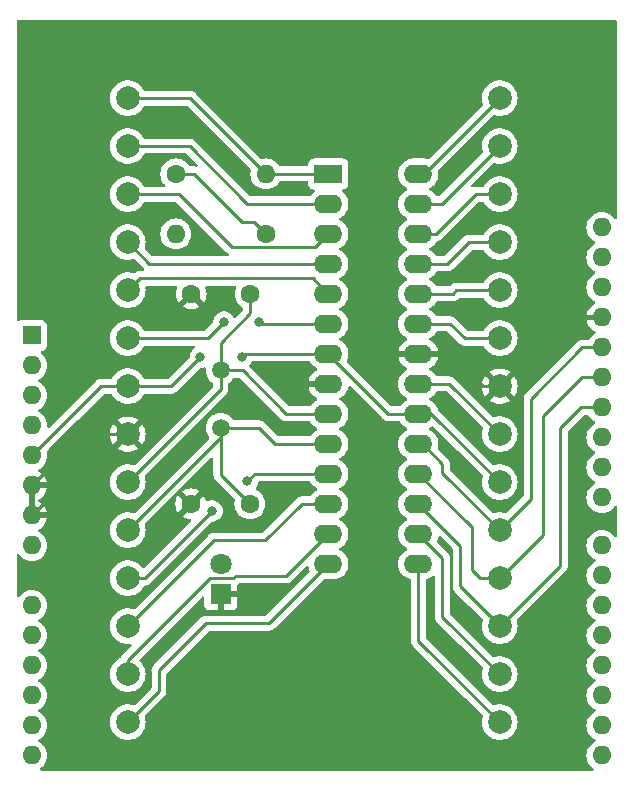
<source format=gbr>
%TF.GenerationSoftware,KiCad,Pcbnew,7.0.7*%
%TF.CreationDate,2024-09-24T12:43:05+02:00*%
%TF.ProjectId,ATMEGA Programmer,41544d45-4741-4205-9072-6f6772616d6d,rev?*%
%TF.SameCoordinates,Original*%
%TF.FileFunction,Copper,L1,Top*%
%TF.FilePolarity,Positive*%
%FSLAX46Y46*%
G04 Gerber Fmt 4.6, Leading zero omitted, Abs format (unit mm)*
G04 Created by KiCad (PCBNEW 7.0.7) date 2024-09-24 12:43:05*
%MOMM*%
%LPD*%
G01*
G04 APERTURE LIST*
%TA.AperFunction,SMDPad,CuDef*%
%ADD10C,2.000000*%
%TD*%
%TA.AperFunction,ComponentPad*%
%ADD11R,2.400000X1.600000*%
%TD*%
%TA.AperFunction,ComponentPad*%
%ADD12O,2.400000X1.600000*%
%TD*%
%TA.AperFunction,ComponentPad*%
%ADD13C,1.600000*%
%TD*%
%TA.AperFunction,ComponentPad*%
%ADD14O,1.600000X1.600000*%
%TD*%
%TA.AperFunction,ComponentPad*%
%ADD15R,1.800000X1.800000*%
%TD*%
%TA.AperFunction,ComponentPad*%
%ADD16C,1.800000*%
%TD*%
%TA.AperFunction,ComponentPad*%
%ADD17C,1.500000*%
%TD*%
%TA.AperFunction,ComponentPad*%
%ADD18R,1.600000X1.600000*%
%TD*%
%TA.AperFunction,ViaPad*%
%ADD19C,0.800000*%
%TD*%
%TA.AperFunction,Conductor*%
%ADD20C,0.250000*%
%TD*%
G04 APERTURE END LIST*
D10*
%TO.P,PD4/P6,1,1*%
%TO.N,Net-(J1-Pin_6)*%
X134868000Y-84375000D03*
%TD*%
%TO.P,PB5/P19,1,1*%
%TO.N,D13*%
X166364001Y-100631000D03*
%TD*%
%TO.P,GND/P22,1,1*%
%TO.N,GND*%
X166364002Y-88439000D03*
%TD*%
%TO.P,PD1/P3,1,1*%
%TO.N,Net-(J1-Pin_3)*%
X134868000Y-72183000D03*
%TD*%
D11*
%TO.P,J1,1,Pin_1*%
%TO.N,D10*%
X151845999Y-70459000D03*
D12*
%TO.P,J1,2,Pin_2*%
%TO.N,Net-(J1-Pin_2)*%
X151845999Y-72999000D03*
%TO.P,J1,3,Pin_3*%
%TO.N,Net-(J1-Pin_3)*%
X151845999Y-75539000D03*
%TO.P,J1,4,Pin_4*%
%TO.N,Net-(J1-Pin_4)*%
X151845999Y-78079000D03*
%TO.P,J1,5,Pin_5*%
%TO.N,Net-(J1-Pin_5)*%
X151845999Y-80619000D03*
%TO.P,J1,6,Pin_6*%
%TO.N,Net-(J1-Pin_6)*%
X151845999Y-83159000D03*
%TO.P,J1,7,Pin_7*%
%TO.N,+5V*%
X151845999Y-85699000D03*
%TO.P,J1,8,Pin_8*%
%TO.N,GND*%
X151845999Y-88239000D03*
%TO.P,J1,9,Pin_9*%
%TO.N,Net-(J1-Pin_9)*%
X151845999Y-90779000D03*
%TO.P,J1,10,Pin_10*%
%TO.N,Net-(J1-Pin_10)*%
X151845999Y-93319000D03*
%TO.P,J1,11,Pin_11*%
%TO.N,Net-(J1-Pin_11)*%
X151845999Y-95859000D03*
%TO.P,J1,12,Pin_12*%
%TO.N,Net-(J1-Pin_12)*%
X151845999Y-98399000D03*
%TO.P,J1,13,Pin_13*%
%TO.N,Net-(J1-Pin_13)*%
X151845999Y-100939000D03*
%TO.P,J1,14,Pin_14*%
%TO.N,Net-(J1-Pin_14)*%
X151845999Y-103479000D03*
%TO.P,J1,15,Pin_15*%
%TO.N,Net-(J1-Pin_15)*%
X159465999Y-103479000D03*
%TO.P,J1,16,Pin_16*%
%TO.N,Net-(J1-Pin_16)*%
X159465999Y-100939000D03*
%TO.P,J1,17,Pin_17*%
%TO.N,D11*%
X159465999Y-98399000D03*
%TO.P,J1,18,Pin_18*%
%TO.N,D12*%
X159465999Y-95859000D03*
%TO.P,J1,19,Pin_19*%
%TO.N,D13*%
X159465999Y-93319000D03*
%TO.P,J1,20,Pin_20*%
%TO.N,+5V*%
X159465999Y-90779000D03*
%TO.P,J1,21,Pin_21*%
%TO.N,Net-(J1-Pin_21)*%
X159465999Y-88239000D03*
%TO.P,J1,22,Pin_22*%
%TO.N,GND*%
X159465999Y-85699000D03*
%TO.P,J1,23,Pin_23*%
%TO.N,Net-(J1-Pin_23)*%
X159465999Y-83159000D03*
%TO.P,J1,24,Pin_24*%
%TO.N,Net-(J1-Pin_24)*%
X159465999Y-80619000D03*
%TO.P,J1,25,Pin_25*%
%TO.N,Net-(J1-Pin_25)*%
X159465999Y-78079000D03*
%TO.P,J1,26,Pin_26*%
%TO.N,Net-(J1-Pin_26)*%
X159465999Y-75539000D03*
%TO.P,J1,27,Pin_27*%
%TO.N,Net-(J1-Pin_27)*%
X159465999Y-72999000D03*
%TO.P,J1,28,Pin_28*%
%TO.N,Net-(J1-Pin_28)*%
X159465999Y-70459000D03*
%TD*%
D10*
%TO.P,AVCC/P20,1,1*%
%TO.N,+5V*%
X166364001Y-96567000D03*
%TD*%
%TO.P,PC2/P24,1,1*%
%TO.N,Net-(J1-Pin_24)*%
X166364001Y-80311000D03*
%TD*%
%TO.P,PD5/P11,1,1*%
%TO.N,Net-(J1-Pin_11)*%
X134868001Y-104695000D03*
%TD*%
%TO.P,PCS/P28,1,1*%
%TO.N,Net-(J1-Pin_28)*%
X166364000Y-64055000D03*
%TD*%
%TO.P,PD0/P2,1,1*%
%TO.N,Net-(J1-Pin_2)*%
X134868003Y-68104999D03*
%TD*%
D13*
%TO.P,R2,1*%
%TO.N,+5V*%
X138932000Y-70459002D03*
D14*
%TO.P,R2,2*%
%TO.N,D10*%
X146552000Y-70459002D03*
%TD*%
D10*
%TO.P,PB3/P17,1,1*%
%TO.N,D11*%
X166364001Y-108759000D03*
%TD*%
%TO.P,PB1/P15,1,1*%
%TO.N,Net-(J1-Pin_15)*%
X166364002Y-116887000D03*
%TD*%
%TO.P,PD2/P4,1,1*%
%TO.N,Net-(J1-Pin_4)*%
X134868000Y-76247000D03*
%TD*%
%TO.P,AREF/P21,1,1*%
%TO.N,Net-(J1-Pin_21)*%
X166364001Y-92503000D03*
%TD*%
%TO.P,PB6/P9,1,1*%
%TO.N,Net-(J1-Pin_9)*%
X134868002Y-96567000D03*
%TD*%
%TO.P,PD4/P27,1,1*%
%TO.N,Net-(J1-Pin_27)*%
X166364001Y-68104999D03*
%TD*%
%TO.P,PD6/P12,1,1*%
%TO.N,Net-(J1-Pin_12)*%
X134868000Y-108759000D03*
%TD*%
%TO.P,PD3/P26,1,1*%
%TO.N,Net-(J1-Pin_26)*%
X166364003Y-72183000D03*
%TD*%
D13*
%TO.P,C1,1*%
%TO.N,GND*%
X140242000Y-80619001D03*
%TO.P,C1,2*%
%TO.N,Net-(J1-Pin_9)*%
X145242000Y-80619001D03*
%TD*%
D10*
%TO.P,PB4/P18,1,1*%
%TO.N,D12*%
X166364002Y-104695000D03*
%TD*%
D13*
%TO.P,R1,1*%
%TO.N,+5V*%
X146551998Y-75538999D03*
D14*
%TO.P,R1,2*%
%TO.N,Net-(D1-A)*%
X138931998Y-75538999D03*
%TD*%
D10*
%TO.P,PB0/P14,1,1*%
%TO.N,Net-(J1-Pin_14)*%
X134868002Y-116887000D03*
%TD*%
%TO.P,PC6/P1,1,1*%
%TO.N,D10*%
X134868000Y-64055000D03*
%TD*%
%TO.P,PCO/P23,1,1*%
%TO.N,Net-(J1-Pin_23)*%
X166364001Y-84375000D03*
%TD*%
%TO.P,VCC/P7,1,1*%
%TO.N,+5V*%
X134868000Y-88439000D03*
%TD*%
%TO.P,PB2/P16,1,1*%
%TO.N,Net-(J1-Pin_16)*%
X166364002Y-112823000D03*
%TD*%
%TO.P,PD3/P5,1,1*%
%TO.N,Net-(J1-Pin_5)*%
X134868000Y-80311000D03*
%TD*%
D15*
%TO.P,D1,1,K*%
%TO.N,GND*%
X142742000Y-106019000D03*
D16*
%TO.P,D1,2,A*%
%TO.N,Net-(D1-A)*%
X142742000Y-103479000D03*
%TD*%
D10*
%TO.P,PD7/P13,1,1*%
%TO.N,Net-(J1-Pin_13)*%
X134868003Y-112823000D03*
%TD*%
D17*
%TO.P,Y1,1,1*%
%TO.N,Net-(J1-Pin_10)*%
X142742000Y-91959000D03*
%TO.P,Y1,2,2*%
%TO.N,Net-(J1-Pin_9)*%
X142742000Y-87079000D03*
%TD*%
D10*
%TO.P,PC3/P25,1,1*%
%TO.N,Net-(J1-Pin_25)*%
X166364003Y-76247000D03*
%TD*%
D13*
%TO.P,C2,1*%
%TO.N,GND*%
X140201999Y-98399000D03*
%TO.P,C2,2*%
%TO.N,Net-(J1-Pin_10)*%
X145201999Y-98399000D03*
%TD*%
D10*
%TO.P,PB7/P10,1,1*%
%TO.N,Net-(J1-Pin_10)*%
X134868000Y-100631000D03*
%TD*%
%TO.P,GND/P8,1,1*%
%TO.N,GND*%
X134867999Y-92503000D03*
%TD*%
D18*
%TO.P,A1,1,NC*%
%TO.N,unconnected-(A1-NC-Pad1)*%
X126740000Y-84140000D03*
D14*
%TO.P,A1,2,IOREF*%
%TO.N,unconnected-(A1-IOREF-Pad2)*%
X126740000Y-86680000D03*
%TO.P,A1,3,~{RESET}*%
%TO.N,unconnected-(A1-~{RESET}-Pad3)*%
X126740000Y-89220000D03*
%TO.P,A1,4,3V3*%
%TO.N,unconnected-(A1-3V3-Pad4)*%
X126740000Y-91760000D03*
%TO.P,A1,5,+5V*%
%TO.N,+5V*%
X126740000Y-94300000D03*
%TO.P,A1,6,GND*%
%TO.N,GND*%
X126740000Y-96840000D03*
%TO.P,A1,7,GND*%
X126740000Y-99380000D03*
%TO.P,A1,8,VIN*%
%TO.N,unconnected-(A1-VIN-Pad8)*%
X126740000Y-101920000D03*
%TO.P,A1,9,A0*%
%TO.N,unconnected-(A1-A0-Pad9)*%
X126740000Y-107000000D03*
%TO.P,A1,10,A1*%
%TO.N,unconnected-(A1-A1-Pad10)*%
X126740000Y-109540000D03*
%TO.P,A1,11,A2*%
%TO.N,unconnected-(A1-A2-Pad11)*%
X126740000Y-112080000D03*
%TO.P,A1,12,A3*%
%TO.N,unconnected-(A1-A3-Pad12)*%
X126740000Y-114620000D03*
%TO.P,A1,13,SDA/A4*%
%TO.N,unconnected-(A1-SDA{slash}A4-Pad13)*%
X126740000Y-117160000D03*
%TO.P,A1,14,SCL/A5*%
%TO.N,unconnected-(A1-SCL{slash}A5-Pad14)*%
X126740000Y-119700000D03*
%TO.P,A1,15,D0/RX*%
%TO.N,unconnected-(A1-D0{slash}RX-Pad15)*%
X175000000Y-119700000D03*
%TO.P,A1,16,D1/TX*%
%TO.N,unconnected-(A1-D1{slash}TX-Pad16)*%
X175000000Y-117160000D03*
%TO.P,A1,17,D2*%
%TO.N,unconnected-(A1-D2-Pad17)*%
X175000000Y-114620000D03*
%TO.P,A1,18,D3*%
%TO.N,unconnected-(A1-D3-Pad18)*%
X175000000Y-112080000D03*
%TO.P,A1,19,D4*%
%TO.N,unconnected-(A1-D4-Pad19)*%
X175000000Y-109540000D03*
%TO.P,A1,20,D5*%
%TO.N,unconnected-(A1-D5-Pad20)*%
X175000000Y-107000000D03*
%TO.P,A1,21,D6*%
%TO.N,unconnected-(A1-D6-Pad21)*%
X175000000Y-104460000D03*
%TO.P,A1,22,D7*%
%TO.N,unconnected-(A1-D7-Pad22)*%
X175000000Y-101920000D03*
%TO.P,A1,23,D8*%
%TO.N,unconnected-(A1-D8-Pad23)*%
X175000000Y-97860000D03*
%TO.P,A1,24,D9*%
%TO.N,unconnected-(A1-D9-Pad24)*%
X175000000Y-95320000D03*
%TO.P,A1,25,D10*%
%TO.N,D10*%
X175000000Y-92780000D03*
%TO.P,A1,26,D11*%
%TO.N,D11*%
X175000000Y-90240000D03*
%TO.P,A1,27,D12*%
%TO.N,D12*%
X175000000Y-87700000D03*
%TO.P,A1,28,D13*%
%TO.N,D13*%
X175000000Y-85160000D03*
%TO.P,A1,29,GND*%
%TO.N,GND*%
X175000000Y-82620000D03*
%TO.P,A1,30,AREF*%
%TO.N,unconnected-(A1-AREF-Pad30)*%
X175000000Y-80080000D03*
%TO.P,A1,31,SDA/A4*%
%TO.N,unconnected-(A1-SDA{slash}A4-Pad31)*%
X175000000Y-77540000D03*
%TO.P,A1,32,SCL/A5*%
%TO.N,unconnected-(A1-SCL{slash}A5-Pad32)*%
X175000000Y-75000000D03*
%TD*%
D19*
%TO.N,+5V*%
X144500000Y-86000000D03*
X141000000Y-86000000D03*
%TO.N,Net-(J1-Pin_6)*%
X143000000Y-83000000D03*
X146000000Y-83000000D03*
%TO.N,Net-(J1-Pin_11)*%
X145000000Y-96500000D03*
X142000000Y-99000000D03*
%TD*%
D20*
%TO.N,+5V*%
X138561000Y-88439000D02*
X141000000Y-86000000D01*
X166364001Y-96567000D02*
X160576001Y-90779000D01*
X132601000Y-88439000D02*
X134868000Y-88439000D01*
X145512999Y-74500000D02*
X146551998Y-75538999D01*
X126740000Y-94300000D02*
X132601000Y-88439000D01*
X159465999Y-90779000D02*
X156925999Y-90779000D01*
X134868000Y-88439000D02*
X138561000Y-88439000D01*
X140459002Y-70459002D02*
X144500000Y-74500000D01*
X138932000Y-70459002D02*
X140459002Y-70459002D01*
X144500000Y-86000000D02*
X144801000Y-85699000D01*
X144801000Y-85699000D02*
X151845999Y-85699000D01*
X160576001Y-90779000D02*
X159465999Y-90779000D01*
X156925999Y-90779000D02*
X151845999Y-85699000D01*
X144500000Y-74500000D02*
X145512999Y-74500000D01*
%TO.N,GND*%
X133370999Y-94000000D02*
X134867999Y-92503000D01*
X166364002Y-88439000D02*
X164939000Y-88439000D01*
X164939000Y-88439000D02*
X162199000Y-85699000D01*
X162199000Y-85699000D02*
X159465999Y-85699000D01*
X132120000Y-94000000D02*
X133370999Y-94000000D01*
X126740000Y-99380000D02*
X132120000Y-94000000D01*
X134867999Y-92503000D02*
X131077000Y-92503000D01*
X131077000Y-92503000D02*
X126740000Y-96840000D01*
%TO.N,D10*%
X146552000Y-70459002D02*
X151845997Y-70459002D01*
X134868000Y-64055000D02*
X140147998Y-64055000D01*
X140147998Y-64055000D02*
X146552000Y-70459002D01*
X151845997Y-70459002D02*
X151845999Y-70459000D01*
%TO.N,D11*%
X166364001Y-108759000D02*
X163000000Y-105394999D01*
X173260000Y-90240000D02*
X171500000Y-92000000D01*
X171500000Y-103623001D02*
X166364001Y-108759000D01*
X175000000Y-90240000D02*
X173260000Y-90240000D01*
X163000000Y-101933001D02*
X159465999Y-98399000D01*
X163000000Y-105394999D02*
X163000000Y-101933001D01*
X171500000Y-92000000D02*
X171500000Y-103623001D01*
%TO.N,D12*%
X170000000Y-91000000D02*
X173300000Y-87700000D01*
X164000000Y-104000000D02*
X164695000Y-104695000D01*
X170000000Y-101059002D02*
X170000000Y-91000000D01*
X164000000Y-100393001D02*
X164000000Y-104000000D01*
X164695000Y-104695000D02*
X166364002Y-104695000D01*
X166364002Y-104695000D02*
X170000000Y-101059002D01*
X159465999Y-95859000D02*
X164000000Y-100393001D01*
X173300000Y-87700000D02*
X175000000Y-87700000D01*
%TO.N,D13*%
X161500000Y-95766999D02*
X161500000Y-95000000D01*
X159819000Y-93319000D02*
X159465999Y-93319000D01*
X169000000Y-89500000D02*
X173340000Y-85160000D01*
X173340000Y-85160000D02*
X175000000Y-85160000D01*
X169000000Y-97995001D02*
X169000000Y-89500000D01*
X166364001Y-100631000D02*
X169000000Y-97995001D01*
X166364001Y-100631000D02*
X161500000Y-95766999D01*
X161500000Y-95000000D02*
X159819000Y-93319000D01*
%TO.N,Net-(J1-Pin_9)*%
X142742000Y-88693002D02*
X142742000Y-87079000D01*
X148279000Y-90779000D02*
X144579000Y-87079000D01*
X134868002Y-96567000D02*
X142742000Y-88693002D01*
X151845999Y-90779000D02*
X148279000Y-90779000D01*
X142742000Y-84758000D02*
X142742000Y-87079000D01*
X145242000Y-80619001D02*
X145242000Y-82258000D01*
X145242000Y-82258000D02*
X142742000Y-84758000D01*
X144579000Y-87079000D02*
X142742000Y-87079000D01*
%TO.N,Net-(J1-Pin_10)*%
X145959000Y-91959000D02*
X142742000Y-91959000D01*
X142742000Y-92757000D02*
X142742000Y-91959000D01*
X151845999Y-93319000D02*
X147319000Y-93319000D01*
X142742000Y-91959000D02*
X142742000Y-95939000D01*
X134868000Y-100631000D02*
X142742000Y-92757000D01*
X147319000Y-93319000D02*
X145959000Y-91959000D01*
X142742000Y-95939000D02*
X145201999Y-98399000D01*
%TO.N,Net-(J1-Pin_2)*%
X134868003Y-68104999D02*
X140104999Y-68104999D01*
X145000000Y-73000000D02*
X145001000Y-72999000D01*
X140104999Y-68104999D02*
X145000000Y-73000000D01*
X145001000Y-72999000D02*
X151845999Y-72999000D01*
%TO.N,Net-(J1-Pin_3)*%
X143663999Y-76663999D02*
X150721000Y-76663999D01*
X139183000Y-72183000D02*
X143663999Y-76663999D01*
X150721000Y-76663999D02*
X151845999Y-75539000D01*
X134868000Y-72183000D02*
X139183000Y-72183000D01*
%TO.N,Net-(J1-Pin_4)*%
X136700000Y-78079000D02*
X151845999Y-78079000D01*
X134868000Y-76247000D02*
X136700000Y-78079000D01*
%TO.N,Net-(J1-Pin_5)*%
X134868000Y-80311000D02*
X135868000Y-79311000D01*
X135868000Y-79311000D02*
X150537999Y-79311000D01*
X150537999Y-79311000D02*
X151845999Y-80619000D01*
%TO.N,Net-(J1-Pin_6)*%
X134868000Y-84375000D02*
X141625000Y-84375000D01*
X141625000Y-84375000D02*
X143000000Y-83000000D01*
X146159000Y-83159000D02*
X151845999Y-83159000D01*
X146000000Y-83000000D02*
X146159000Y-83159000D01*
%TO.N,Net-(J1-Pin_11)*%
X145000000Y-96500000D02*
X145641000Y-95859000D01*
X134868001Y-104695000D02*
X136305000Y-104695000D01*
X145641000Y-95859000D02*
X151845999Y-95859000D01*
X136305000Y-104695000D02*
X142000000Y-99000000D01*
%TO.N,Net-(J1-Pin_12)*%
X134868000Y-108759000D02*
X142127000Y-101500000D01*
X146500000Y-101500000D02*
X149601000Y-98399000D01*
X142127000Y-101500000D02*
X146500000Y-101500000D01*
X149601000Y-98399000D02*
X151845999Y-98399000D01*
%TO.N,Net-(J1-Pin_13)*%
X144000000Y-104500000D02*
X143796000Y-104704000D01*
X143796000Y-104704000D02*
X141796000Y-104704000D01*
X141796000Y-104704000D02*
X134868003Y-111631997D01*
X134868003Y-111631997D02*
X134868003Y-112823000D01*
X151845999Y-100939000D02*
X148284999Y-104500000D01*
X148284999Y-104500000D02*
X144000000Y-104500000D01*
%TO.N,Net-(J1-Pin_14)*%
X146824999Y-108500000D02*
X151845999Y-103479000D01*
X137500000Y-114255002D02*
X137500000Y-112500000D01*
X137500000Y-112500000D02*
X141500000Y-108500000D01*
X134868002Y-116887000D02*
X137500000Y-114255002D01*
X141500000Y-108500000D02*
X146824999Y-108500000D01*
%TO.N,Net-(J1-Pin_15)*%
X159465999Y-109988997D02*
X166364002Y-116887000D01*
X159465999Y-103479000D02*
X159465999Y-109988997D01*
%TO.N,Net-(J1-Pin_16)*%
X161500000Y-102973001D02*
X161500000Y-107958998D01*
X161500000Y-107958998D02*
X166364002Y-112823000D01*
X159465999Y-100939000D02*
X161500000Y-102973001D01*
%TO.N,Net-(J1-Pin_21)*%
X159465999Y-88239000D02*
X162100000Y-88239000D01*
X162100000Y-88239000D02*
X166364001Y-92503000D01*
%TO.N,Net-(J1-Pin_23)*%
X162159000Y-83159000D02*
X159465999Y-83159000D01*
X166364001Y-84375000D02*
X163375000Y-84375000D01*
X163375000Y-84375000D02*
X162159000Y-83159000D01*
%TO.N,Net-(J1-Pin_24)*%
X166364001Y-80311000D02*
X162689000Y-80311000D01*
X162689000Y-80311000D02*
X162381000Y-80619000D01*
X162381000Y-80619000D02*
X159465999Y-80619000D01*
%TO.N,Net-(J1-Pin_25)*%
X163753000Y-76247000D02*
X166364003Y-76247000D01*
X159465999Y-78079000D02*
X161921000Y-78079000D01*
X161921000Y-78079000D02*
X163753000Y-76247000D01*
%TO.N,Net-(J1-Pin_26)*%
X164317000Y-72183000D02*
X166364003Y-72183000D01*
X159465999Y-75539000D02*
X160961000Y-75539000D01*
X160961000Y-75539000D02*
X164317000Y-72183000D01*
%TO.N,Net-(J1-Pin_27)*%
X161470000Y-72999000D02*
X166364001Y-68104999D01*
X159465999Y-72999000D02*
X161470000Y-72999000D01*
%TO.N,Net-(J1-Pin_28)*%
X159960000Y-70459000D02*
X166364000Y-64055000D01*
X159465999Y-70459000D02*
X159960000Y-70459000D01*
%TD*%
%TA.AperFunction,Conductor*%
%TO.N,GND*%
G36*
X141455156Y-86862418D02*
G01*
X141492370Y-86921553D01*
X141496594Y-86966161D01*
X141486723Y-87078996D01*
X141486723Y-87079002D01*
X141505793Y-87296975D01*
X141505793Y-87296979D01*
X141562422Y-87508322D01*
X141562424Y-87508326D01*
X141562425Y-87508330D01*
X141567467Y-87519142D01*
X141654897Y-87706638D01*
X141670512Y-87728938D01*
X141780402Y-87885877D01*
X141935123Y-88040598D01*
X142063624Y-88130575D01*
X142107248Y-88185151D01*
X142116500Y-88232149D01*
X142116500Y-88382548D01*
X142096815Y-88449587D01*
X142080181Y-88470229D01*
X135445230Y-95105179D01*
X135383907Y-95138664D01*
X135317286Y-95134779D01*
X135237618Y-95107429D01*
X134992337Y-95066500D01*
X134743667Y-95066500D01*
X134498385Y-95107429D01*
X134263199Y-95188169D01*
X134263190Y-95188172D01*
X134044495Y-95306524D01*
X133848259Y-95459261D01*
X133679835Y-95642217D01*
X133543828Y-95850393D01*
X133443938Y-96078118D01*
X133382894Y-96319175D01*
X133382892Y-96319187D01*
X133362359Y-96566994D01*
X133362359Y-96567005D01*
X133382892Y-96814812D01*
X133382894Y-96814824D01*
X133443938Y-97055881D01*
X133543828Y-97283606D01*
X133679835Y-97491782D01*
X133712247Y-97526991D01*
X133848258Y-97674738D01*
X134044493Y-97827474D01*
X134263192Y-97945828D01*
X134498388Y-98026571D01*
X134743667Y-98067500D01*
X134992337Y-98067500D01*
X135237616Y-98026571D01*
X135472812Y-97945828D01*
X135691511Y-97827474D01*
X135887746Y-97674738D01*
X136056166Y-97491785D01*
X136192175Y-97283607D01*
X136292065Y-97055881D01*
X136353110Y-96814821D01*
X136353111Y-96814812D01*
X136373645Y-96567005D01*
X136373645Y-96566994D01*
X136353111Y-96319187D01*
X136353110Y-96319183D01*
X136353110Y-96319179D01*
X136344532Y-96285307D01*
X136299138Y-96106050D01*
X136301762Y-96036230D01*
X136331660Y-95987930D01*
X143125786Y-89193804D01*
X143138048Y-89183982D01*
X143137865Y-89183761D01*
X143143867Y-89178794D01*
X143143877Y-89178788D01*
X143191241Y-89128350D01*
X143212120Y-89107472D01*
X143216373Y-89101988D01*
X143220150Y-89097565D01*
X143252062Y-89063584D01*
X143261714Y-89046025D01*
X143272389Y-89029774D01*
X143284674Y-89013938D01*
X143303186Y-88971154D01*
X143305742Y-88965937D01*
X143328197Y-88925094D01*
X143333180Y-88905682D01*
X143339477Y-88887293D01*
X143347438Y-88868897D01*
X143354729Y-88822855D01*
X143355908Y-88817164D01*
X143367500Y-88772021D01*
X143367500Y-88751984D01*
X143369027Y-88732584D01*
X143372160Y-88712806D01*
X143367775Y-88666417D01*
X143367500Y-88660579D01*
X143367500Y-88232149D01*
X143387185Y-88165110D01*
X143420374Y-88130576D01*
X143548877Y-88040598D01*
X143703598Y-87885877D01*
X143793575Y-87757375D01*
X143848151Y-87713752D01*
X143895149Y-87704500D01*
X144268548Y-87704500D01*
X144335587Y-87724185D01*
X144356228Y-87740818D01*
X146075820Y-89460411D01*
X147778197Y-91162788D01*
X147788022Y-91175051D01*
X147788243Y-91174869D01*
X147793214Y-91180878D01*
X147819217Y-91205295D01*
X147843635Y-91228226D01*
X147864529Y-91249120D01*
X147870011Y-91253373D01*
X147874443Y-91257157D01*
X147908418Y-91289062D01*
X147925976Y-91298714D01*
X147942235Y-91309395D01*
X147958064Y-91321673D01*
X148000838Y-91340182D01*
X148006056Y-91342738D01*
X148046908Y-91365197D01*
X148066316Y-91370180D01*
X148084717Y-91376480D01*
X148103104Y-91384437D01*
X148146488Y-91391308D01*
X148149119Y-91391725D01*
X148154839Y-91392909D01*
X148199981Y-91404500D01*
X148220016Y-91404500D01*
X148239414Y-91406026D01*
X148259194Y-91409159D01*
X148259195Y-91409160D01*
X148259195Y-91409159D01*
X148259196Y-91409160D01*
X148305583Y-91404775D01*
X148311422Y-91404500D01*
X150231811Y-91404500D01*
X150298850Y-91424185D01*
X150333386Y-91457377D01*
X150445953Y-91618141D01*
X150606857Y-91779045D01*
X150618657Y-91787307D01*
X150793265Y-91909568D01*
X150839419Y-91931090D01*
X150851274Y-91936618D01*
X150903713Y-91982791D01*
X150922865Y-92049984D01*
X150902649Y-92116865D01*
X150851274Y-92161382D01*
X150793266Y-92188431D01*
X150793264Y-92188432D01*
X150606857Y-92318954D01*
X150445953Y-92479858D01*
X150333386Y-92640623D01*
X150278810Y-92684248D01*
X150231811Y-92693500D01*
X147629453Y-92693500D01*
X147562414Y-92673815D01*
X147541772Y-92657181D01*
X146459803Y-91575212D01*
X146449980Y-91562950D01*
X146449759Y-91563134D01*
X146444786Y-91557123D01*
X146419431Y-91533313D01*
X146394364Y-91509773D01*
X146383790Y-91499199D01*
X146373475Y-91488883D01*
X146367986Y-91484625D01*
X146363561Y-91480847D01*
X146329582Y-91448938D01*
X146329580Y-91448936D01*
X146329577Y-91448935D01*
X146312029Y-91439288D01*
X146295763Y-91428604D01*
X146279933Y-91416325D01*
X146237168Y-91397818D01*
X146231922Y-91395248D01*
X146191093Y-91372803D01*
X146191092Y-91372802D01*
X146171693Y-91367822D01*
X146153281Y-91361518D01*
X146134898Y-91353562D01*
X146134892Y-91353560D01*
X146088874Y-91346272D01*
X146083152Y-91345087D01*
X146038021Y-91333500D01*
X146038019Y-91333500D01*
X146017984Y-91333500D01*
X145998586Y-91331973D01*
X145991162Y-91330797D01*
X145978805Y-91328840D01*
X145978804Y-91328840D01*
X145932416Y-91333225D01*
X145926578Y-91333500D01*
X143895150Y-91333500D01*
X143828111Y-91313815D01*
X143793575Y-91280623D01*
X143703599Y-91152124D01*
X143630614Y-91079139D01*
X143548877Y-90997402D01*
X143369639Y-90871898D01*
X143369640Y-90871898D01*
X143369638Y-90871897D01*
X143270484Y-90825661D01*
X143171330Y-90779425D01*
X143171326Y-90779424D01*
X143171322Y-90779422D01*
X142959977Y-90722793D01*
X142742002Y-90703723D01*
X142741998Y-90703723D01*
X142596681Y-90716436D01*
X142524023Y-90722793D01*
X142524020Y-90722793D01*
X142312677Y-90779422D01*
X142312668Y-90779426D01*
X142114361Y-90871898D01*
X142114357Y-90871900D01*
X141935121Y-90997402D01*
X141780402Y-91152121D01*
X141654900Y-91331357D01*
X141654898Y-91331361D01*
X141562426Y-91529668D01*
X141562422Y-91529677D01*
X141505793Y-91741020D01*
X141505793Y-91741024D01*
X141486723Y-91958997D01*
X141486723Y-91959002D01*
X141505793Y-92176975D01*
X141505793Y-92176979D01*
X141562422Y-92388322D01*
X141562424Y-92388326D01*
X141562425Y-92388330D01*
X141573805Y-92412734D01*
X141654897Y-92586638D01*
X141663653Y-92599142D01*
X141748782Y-92720719D01*
X141771108Y-92786922D01*
X141754098Y-92854690D01*
X141734887Y-92879521D01*
X135445228Y-99169179D01*
X135383905Y-99202664D01*
X135317284Y-99198779D01*
X135237616Y-99171429D01*
X134992335Y-99130500D01*
X134743665Y-99130500D01*
X134498383Y-99171429D01*
X134263197Y-99252169D01*
X134263188Y-99252172D01*
X134044493Y-99370524D01*
X133848257Y-99523261D01*
X133679833Y-99706217D01*
X133543826Y-99914393D01*
X133443936Y-100142118D01*
X133382892Y-100383175D01*
X133382890Y-100383187D01*
X133362357Y-100630994D01*
X133362357Y-100631005D01*
X133382890Y-100878812D01*
X133382892Y-100878824D01*
X133443936Y-101119881D01*
X133543826Y-101347606D01*
X133679833Y-101555782D01*
X133679836Y-101555785D01*
X133848256Y-101738738D01*
X134044491Y-101891474D01*
X134263190Y-102009828D01*
X134498386Y-102090571D01*
X134743665Y-102131500D01*
X134992335Y-102131500D01*
X135237614Y-102090571D01*
X135472810Y-102009828D01*
X135691509Y-101891474D01*
X135887744Y-101738738D01*
X136056164Y-101555785D01*
X136192173Y-101347607D01*
X136292063Y-101119881D01*
X136353108Y-100878821D01*
X136356476Y-100838181D01*
X136373643Y-100631005D01*
X136373643Y-100630994D01*
X136353109Y-100383187D01*
X136353108Y-100383183D01*
X136353108Y-100383179D01*
X136345630Y-100353651D01*
X136299136Y-100170050D01*
X136301760Y-100100230D01*
X136331658Y-100051930D01*
X141904821Y-94478768D01*
X141966142Y-94445285D01*
X142035834Y-94450269D01*
X142091767Y-94492141D01*
X142116184Y-94557605D01*
X142116500Y-94566451D01*
X142116500Y-95856255D01*
X142114775Y-95871872D01*
X142115061Y-95871899D01*
X142114326Y-95879665D01*
X142116500Y-95948814D01*
X142116500Y-95978343D01*
X142116501Y-95978360D01*
X142117368Y-95985231D01*
X142117826Y-95991050D01*
X142119290Y-96037624D01*
X142119291Y-96037627D01*
X142124880Y-96056867D01*
X142128824Y-96075911D01*
X142131336Y-96095792D01*
X142145559Y-96131715D01*
X142148490Y-96139119D01*
X142150382Y-96144647D01*
X142163381Y-96189388D01*
X142173580Y-96206634D01*
X142182138Y-96224103D01*
X142189514Y-96242732D01*
X142216898Y-96280423D01*
X142220106Y-96285307D01*
X142243827Y-96325416D01*
X142243833Y-96325424D01*
X142257990Y-96339580D01*
X142270627Y-96354375D01*
X142282406Y-96370587D01*
X142310323Y-96393682D01*
X142318309Y-96400288D01*
X142322620Y-96404210D01*
X143113618Y-97195208D01*
X143902586Y-97984176D01*
X143936071Y-98045499D01*
X143934680Y-98103950D01*
X143916365Y-98172302D01*
X143916363Y-98172313D01*
X143896531Y-98398998D01*
X143896531Y-98399001D01*
X143916363Y-98625686D01*
X143916365Y-98625697D01*
X143975257Y-98845488D01*
X143975260Y-98845497D01*
X144071430Y-99051732D01*
X144071431Y-99051734D01*
X144201953Y-99238141D01*
X144362857Y-99399045D01*
X144362860Y-99399047D01*
X144549265Y-99529568D01*
X144755503Y-99625739D01*
X144975307Y-99684635D01*
X145137229Y-99698801D01*
X145201997Y-99704468D01*
X145201999Y-99704468D01*
X145202001Y-99704468D01*
X145258671Y-99699509D01*
X145428691Y-99684635D01*
X145648495Y-99625739D01*
X145854733Y-99529568D01*
X146041138Y-99399047D01*
X146202046Y-99238139D01*
X146332567Y-99051734D01*
X146428738Y-98845496D01*
X146487634Y-98625692D01*
X146507467Y-98399000D01*
X146487634Y-98172308D01*
X146428738Y-97952504D01*
X146332567Y-97746266D01*
X146202046Y-97559861D01*
X146202044Y-97559858D01*
X146041140Y-97398954D01*
X145854733Y-97268432D01*
X145854726Y-97268428D01*
X145770747Y-97229267D01*
X145718308Y-97183094D01*
X145699157Y-97115901D01*
X145719374Y-97049020D01*
X145731011Y-97033906D01*
X145732533Y-97032216D01*
X145827179Y-96868284D01*
X145885674Y-96688256D01*
X145895418Y-96595536D01*
X145922002Y-96530924D01*
X145979300Y-96490939D01*
X146018739Y-96484500D01*
X150231811Y-96484500D01*
X150298850Y-96504185D01*
X150333386Y-96537377D01*
X150445953Y-96698141D01*
X150606857Y-96859045D01*
X150606860Y-96859047D01*
X150793265Y-96989568D01*
X150851274Y-97016618D01*
X150903713Y-97062791D01*
X150922865Y-97129984D01*
X150902649Y-97196865D01*
X150851274Y-97241382D01*
X150793266Y-97268431D01*
X150793264Y-97268432D01*
X150606857Y-97398954D01*
X150445953Y-97559858D01*
X150333386Y-97720623D01*
X150278810Y-97764248D01*
X150231811Y-97773500D01*
X149683737Y-97773500D01*
X149668120Y-97771776D01*
X149668093Y-97772062D01*
X149660331Y-97771327D01*
X149591203Y-97773500D01*
X149561650Y-97773500D01*
X149560929Y-97773590D01*
X149554757Y-97774369D01*
X149548945Y-97774826D01*
X149502373Y-97776290D01*
X149502372Y-97776290D01*
X149483129Y-97781881D01*
X149464079Y-97785825D01*
X149444211Y-97788334D01*
X149444209Y-97788335D01*
X149400884Y-97805488D01*
X149395357Y-97807380D01*
X149350610Y-97820381D01*
X149350609Y-97820382D01*
X149333367Y-97830579D01*
X149315899Y-97839137D01*
X149297269Y-97846513D01*
X149297267Y-97846514D01*
X149259576Y-97873898D01*
X149254694Y-97877105D01*
X149214579Y-97900830D01*
X149200408Y-97915000D01*
X149185623Y-97927628D01*
X149169412Y-97939407D01*
X149139709Y-97975310D01*
X149135777Y-97979631D01*
X146277228Y-100838181D01*
X146215905Y-100871666D01*
X146189547Y-100874500D01*
X142209737Y-100874500D01*
X142194120Y-100872776D01*
X142194093Y-100873062D01*
X142186331Y-100872327D01*
X142117203Y-100874500D01*
X142087650Y-100874500D01*
X142086929Y-100874590D01*
X142080757Y-100875369D01*
X142074945Y-100875826D01*
X142028373Y-100877290D01*
X142028372Y-100877290D01*
X142009129Y-100882881D01*
X141990079Y-100886825D01*
X141970211Y-100889334D01*
X141970209Y-100889335D01*
X141926884Y-100906488D01*
X141921357Y-100908380D01*
X141876610Y-100921381D01*
X141876609Y-100921382D01*
X141859367Y-100931579D01*
X141841899Y-100940137D01*
X141823269Y-100947513D01*
X141823267Y-100947514D01*
X141785576Y-100974898D01*
X141780694Y-100978105D01*
X141740579Y-101001830D01*
X141726408Y-101016000D01*
X141711623Y-101028628D01*
X141695412Y-101040407D01*
X141665709Y-101076310D01*
X141661777Y-101080631D01*
X135445228Y-107297179D01*
X135383905Y-107330664D01*
X135317284Y-107326779D01*
X135237616Y-107299429D01*
X134992335Y-107258500D01*
X134743665Y-107258500D01*
X134498383Y-107299429D01*
X134263197Y-107380169D01*
X134263188Y-107380172D01*
X134044493Y-107498524D01*
X133848257Y-107651261D01*
X133679833Y-107834217D01*
X133543826Y-108042393D01*
X133443936Y-108270118D01*
X133382892Y-108511175D01*
X133382890Y-108511187D01*
X133362357Y-108758994D01*
X133362357Y-108759005D01*
X133382890Y-109006812D01*
X133382892Y-109006824D01*
X133443936Y-109247881D01*
X133543826Y-109475606D01*
X133679833Y-109683782D01*
X133712245Y-109718991D01*
X133848256Y-109866738D01*
X134044491Y-110019474D01*
X134263190Y-110137828D01*
X134498386Y-110218571D01*
X134743665Y-110259500D01*
X134992334Y-110259500D01*
X134992335Y-110259500D01*
X135046939Y-110250388D01*
X135116303Y-110258770D01*
X135170125Y-110303322D01*
X135191316Y-110369901D01*
X135173149Y-110437367D01*
X135155029Y-110460378D01*
X134484211Y-111131196D01*
X134471954Y-111141017D01*
X134472137Y-111141238D01*
X134466126Y-111146210D01*
X134418775Y-111196633D01*
X134397892Y-111217516D01*
X134397880Y-111217529D01*
X134393624Y-111223014D01*
X134389840Y-111227444D01*
X134357940Y-111261415D01*
X134357939Y-111261417D01*
X134348287Y-111278973D01*
X134337613Y-111295223D01*
X134325332Y-111311058D01*
X134325327Y-111311065D01*
X134306818Y-111353835D01*
X134304248Y-111359081D01*
X134281806Y-111399904D01*
X134281180Y-111401486D01*
X134280356Y-111402540D01*
X134278048Y-111406741D01*
X134277370Y-111406368D01*
X134238198Y-111456571D01*
X134224906Y-111464892D01*
X134044496Y-111562524D01*
X133848260Y-111715261D01*
X133679836Y-111898217D01*
X133543829Y-112106393D01*
X133443939Y-112334118D01*
X133382895Y-112575175D01*
X133382893Y-112575187D01*
X133362360Y-112822994D01*
X133362360Y-112823005D01*
X133382893Y-113070812D01*
X133382895Y-113070824D01*
X133443939Y-113311881D01*
X133543829Y-113539606D01*
X133679836Y-113747782D01*
X133679839Y-113747785D01*
X133848259Y-113930738D01*
X134044494Y-114083474D01*
X134263193Y-114201828D01*
X134498389Y-114282571D01*
X134743668Y-114323500D01*
X134992338Y-114323500D01*
X135237617Y-114282571D01*
X135472813Y-114201828D01*
X135691512Y-114083474D01*
X135887747Y-113930738D01*
X136056167Y-113747785D01*
X136192176Y-113539607D01*
X136292066Y-113311881D01*
X136353111Y-113070821D01*
X136353112Y-113070812D01*
X136373646Y-112823005D01*
X136373646Y-112822994D01*
X136353112Y-112575187D01*
X136353110Y-112575175D01*
X136292066Y-112334118D01*
X136192176Y-112106393D01*
X136056169Y-111898217D01*
X136014822Y-111853302D01*
X135887747Y-111715262D01*
X135887741Y-111715257D01*
X135875729Y-111705907D01*
X135834918Y-111649196D01*
X135831245Y-111579423D01*
X135864211Y-111520377D01*
X141130322Y-106254267D01*
X141191642Y-106220785D01*
X141261334Y-106225769D01*
X141317267Y-106267641D01*
X141341684Y-106333105D01*
X141342000Y-106341951D01*
X141342000Y-106966844D01*
X141348401Y-107026372D01*
X141348403Y-107026379D01*
X141398645Y-107161086D01*
X141398649Y-107161093D01*
X141484809Y-107276187D01*
X141484812Y-107276190D01*
X141599906Y-107362350D01*
X141599913Y-107362354D01*
X141734620Y-107412596D01*
X141734627Y-107412598D01*
X141794155Y-107418999D01*
X141794172Y-107419000D01*
X142492000Y-107419000D01*
X142492000Y-106580821D01*
X142511685Y-106513782D01*
X142564489Y-106468027D01*
X142633647Y-106458083D01*
X142652547Y-106462329D01*
X142674173Y-106469000D01*
X142775723Y-106469000D01*
X142775724Y-106469000D01*
X142849519Y-106457877D01*
X142918742Y-106467350D01*
X142971857Y-106512744D01*
X142991997Y-106579648D01*
X142992000Y-106580492D01*
X142992000Y-107419000D01*
X143689828Y-107419000D01*
X143689844Y-107418999D01*
X143749372Y-107412598D01*
X143749379Y-107412596D01*
X143884086Y-107362354D01*
X143884093Y-107362350D01*
X143999187Y-107276190D01*
X143999190Y-107276187D01*
X144085350Y-107161093D01*
X144085354Y-107161086D01*
X144135596Y-107026379D01*
X144135598Y-107026372D01*
X144141999Y-106966844D01*
X144142000Y-106966827D01*
X144142000Y-106269000D01*
X143302003Y-106269000D01*
X143234964Y-106249315D01*
X143189209Y-106196511D01*
X143179265Y-106127353D01*
X143181112Y-106117408D01*
X143195810Y-106053007D01*
X143195810Y-106053006D01*
X143184979Y-105908468D01*
X143187079Y-105908310D01*
X143190595Y-105850861D01*
X143231890Y-105794501D01*
X143297101Y-105769413D01*
X143307216Y-105769000D01*
X144142000Y-105769000D01*
X144142000Y-105293952D01*
X144161685Y-105226913D01*
X144178316Y-105206273D01*
X144182417Y-105202171D01*
X144182420Y-105202170D01*
X144196588Y-105188001D01*
X144211381Y-105175368D01*
X144215872Y-105172105D01*
X144227587Y-105163594D01*
X144227593Y-105163586D01*
X144232365Y-105159107D01*
X144294710Y-105127565D01*
X144317248Y-105125500D01*
X148202256Y-105125500D01*
X148217876Y-105127224D01*
X148217903Y-105126939D01*
X148225659Y-105127671D01*
X148225666Y-105127673D01*
X148294813Y-105125500D01*
X148324349Y-105125500D01*
X148331227Y-105124630D01*
X148337040Y-105124172D01*
X148383626Y-105122709D01*
X148402868Y-105117117D01*
X148421911Y-105113174D01*
X148441791Y-105110664D01*
X148485121Y-105093507D01*
X148490645Y-105091617D01*
X148494395Y-105090527D01*
X148535389Y-105078618D01*
X148552628Y-105068422D01*
X148570102Y-105059862D01*
X148588726Y-105052488D01*
X148588726Y-105052487D01*
X148588731Y-105052486D01*
X148626448Y-105025082D01*
X148631304Y-105021892D01*
X148671419Y-104998170D01*
X148685588Y-104983999D01*
X148700378Y-104971368D01*
X148716586Y-104959594D01*
X148746298Y-104923676D01*
X148750211Y-104919376D01*
X149966978Y-103702609D01*
X150028300Y-103669126D01*
X150097992Y-103674110D01*
X150153925Y-103715982D01*
X150174433Y-103758199D01*
X150219257Y-103925488D01*
X150219259Y-103925492D01*
X150219260Y-103925496D01*
X150242825Y-103976031D01*
X150276587Y-104048434D01*
X150287079Y-104117512D01*
X150258559Y-104181296D01*
X150251886Y-104188520D01*
X146602227Y-107838181D01*
X146540904Y-107871666D01*
X146514546Y-107874500D01*
X141582737Y-107874500D01*
X141567120Y-107872776D01*
X141567093Y-107873062D01*
X141559331Y-107872327D01*
X141490203Y-107874500D01*
X141460650Y-107874500D01*
X141459929Y-107874590D01*
X141453757Y-107875369D01*
X141447945Y-107875826D01*
X141401373Y-107877290D01*
X141401372Y-107877290D01*
X141382129Y-107882881D01*
X141363079Y-107886825D01*
X141343211Y-107889334D01*
X141343209Y-107889335D01*
X141299884Y-107906488D01*
X141294357Y-107908380D01*
X141249610Y-107921381D01*
X141249609Y-107921382D01*
X141232367Y-107931579D01*
X141214899Y-107940137D01*
X141196269Y-107947513D01*
X141196267Y-107947514D01*
X141158576Y-107974898D01*
X141153694Y-107978105D01*
X141113579Y-108001830D01*
X141099408Y-108016000D01*
X141084623Y-108028628D01*
X141068412Y-108040407D01*
X141038709Y-108076310D01*
X141034777Y-108080631D01*
X137116208Y-111999199D01*
X137103951Y-112009020D01*
X137104134Y-112009241D01*
X137098123Y-112014213D01*
X137050772Y-112064636D01*
X137029889Y-112085519D01*
X137029877Y-112085532D01*
X137025621Y-112091017D01*
X137021837Y-112095447D01*
X136989937Y-112129418D01*
X136989936Y-112129420D01*
X136980284Y-112146976D01*
X136969610Y-112163226D01*
X136957329Y-112179061D01*
X136957324Y-112179068D01*
X136938815Y-112221838D01*
X136936245Y-112227084D01*
X136913803Y-112267906D01*
X136908822Y-112287307D01*
X136902521Y-112305710D01*
X136894562Y-112324102D01*
X136894561Y-112324105D01*
X136887271Y-112370127D01*
X136886087Y-112375846D01*
X136874501Y-112420972D01*
X136874500Y-112420982D01*
X136874500Y-112441016D01*
X136872973Y-112460415D01*
X136869840Y-112480194D01*
X136869840Y-112480195D01*
X136874225Y-112526583D01*
X136874500Y-112532421D01*
X136874500Y-113944548D01*
X136854815Y-114011587D01*
X136838181Y-114032229D01*
X135445230Y-115425179D01*
X135383907Y-115458664D01*
X135317286Y-115454779D01*
X135237618Y-115427429D01*
X134992337Y-115386500D01*
X134743667Y-115386500D01*
X134498385Y-115427429D01*
X134263199Y-115508169D01*
X134263190Y-115508172D01*
X134044495Y-115626524D01*
X133848259Y-115779261D01*
X133679835Y-115962217D01*
X133543828Y-116170393D01*
X133443938Y-116398118D01*
X133382894Y-116639175D01*
X133382892Y-116639187D01*
X133362359Y-116886994D01*
X133362359Y-116887005D01*
X133382892Y-117134812D01*
X133382894Y-117134824D01*
X133443938Y-117375881D01*
X133543828Y-117603606D01*
X133679835Y-117811782D01*
X133712247Y-117846991D01*
X133848258Y-117994738D01*
X134044493Y-118147474D01*
X134263192Y-118265828D01*
X134498388Y-118346571D01*
X134743667Y-118387500D01*
X134992337Y-118387500D01*
X135237616Y-118346571D01*
X135472812Y-118265828D01*
X135691511Y-118147474D01*
X135887746Y-117994738D01*
X136056166Y-117811785D01*
X136192175Y-117603607D01*
X136292065Y-117375881D01*
X136353110Y-117134821D01*
X136353111Y-117134812D01*
X136373645Y-116887005D01*
X136373645Y-116886994D01*
X136353111Y-116639187D01*
X136353110Y-116639183D01*
X136353110Y-116639179D01*
X136299138Y-116426049D01*
X136301762Y-116356230D01*
X136331660Y-116307930D01*
X137883787Y-114755803D01*
X137896042Y-114745988D01*
X137895859Y-114745766D01*
X137901866Y-114740794D01*
X137901877Y-114740788D01*
X137932775Y-114707884D01*
X137949227Y-114690366D01*
X137959671Y-114679920D01*
X137970120Y-114669473D01*
X137974379Y-114663980D01*
X137978152Y-114659563D01*
X138010062Y-114625584D01*
X138019713Y-114608026D01*
X138030396Y-114591763D01*
X138042673Y-114575938D01*
X138061185Y-114533155D01*
X138063738Y-114527943D01*
X138086197Y-114487094D01*
X138091180Y-114467682D01*
X138097481Y-114449282D01*
X138105437Y-114430898D01*
X138112729Y-114384854D01*
X138113906Y-114379173D01*
X138125500Y-114334021D01*
X138125500Y-114313984D01*
X138127027Y-114294584D01*
X138130160Y-114274806D01*
X138125775Y-114228417D01*
X138125500Y-114222579D01*
X138125500Y-112810452D01*
X138145185Y-112743413D01*
X138161819Y-112722771D01*
X141722772Y-109161819D01*
X141784095Y-109128334D01*
X141810453Y-109125500D01*
X146742256Y-109125500D01*
X146757876Y-109127224D01*
X146757903Y-109126939D01*
X146765659Y-109127671D01*
X146765666Y-109127673D01*
X146834813Y-109125500D01*
X146864349Y-109125500D01*
X146871227Y-109124630D01*
X146877040Y-109124172D01*
X146923626Y-109122709D01*
X146942868Y-109117117D01*
X146961911Y-109113174D01*
X146981791Y-109110664D01*
X147025121Y-109093507D01*
X147030645Y-109091617D01*
X147034395Y-109090527D01*
X147075389Y-109078618D01*
X147092628Y-109068422D01*
X147110102Y-109059862D01*
X147128726Y-109052488D01*
X147128726Y-109052487D01*
X147128731Y-109052486D01*
X147166448Y-109025082D01*
X147171304Y-109021892D01*
X147211419Y-108998170D01*
X147225588Y-108983999D01*
X147240378Y-108971368D01*
X147256586Y-108959594D01*
X147286298Y-108923676D01*
X147290211Y-108919376D01*
X151393770Y-104815819D01*
X151455094Y-104782334D01*
X151481452Y-104779500D01*
X152302783Y-104779500D01*
X152472691Y-104764635D01*
X152692495Y-104705739D01*
X152898733Y-104609568D01*
X153085138Y-104479047D01*
X153246046Y-104318139D01*
X153376567Y-104131734D01*
X153472738Y-103925496D01*
X153531634Y-103705692D01*
X153548633Y-103511384D01*
X153551467Y-103479001D01*
X153551467Y-103478998D01*
X153531634Y-103252313D01*
X153531634Y-103252308D01*
X153472738Y-103032504D01*
X153376567Y-102826266D01*
X153251674Y-102647899D01*
X153246044Y-102639858D01*
X153085140Y-102478954D01*
X152898733Y-102348432D01*
X152898727Y-102348429D01*
X152840724Y-102321382D01*
X152788284Y-102275210D01*
X152769132Y-102208017D01*
X152789347Y-102141135D01*
X152840724Y-102096618D01*
X152898733Y-102069568D01*
X153085138Y-101939047D01*
X153246046Y-101778139D01*
X153376567Y-101591734D01*
X153472738Y-101385496D01*
X153531634Y-101165692D01*
X153551467Y-100939000D01*
X153551252Y-100936547D01*
X153542476Y-100836229D01*
X153531634Y-100712308D01*
X153472738Y-100492504D01*
X153376567Y-100286266D01*
X153246046Y-100099861D01*
X153246044Y-100099858D01*
X153085140Y-99938954D01*
X152898733Y-99808432D01*
X152898727Y-99808429D01*
X152846868Y-99784247D01*
X152840723Y-99781381D01*
X152788284Y-99735210D01*
X152769132Y-99668017D01*
X152789347Y-99601135D01*
X152840724Y-99556618D01*
X152898733Y-99529568D01*
X153085138Y-99399047D01*
X153246046Y-99238139D01*
X153376567Y-99051734D01*
X153472738Y-98845496D01*
X153531634Y-98625692D01*
X153551467Y-98399000D01*
X153531634Y-98172308D01*
X153472738Y-97952504D01*
X153376567Y-97746266D01*
X153246046Y-97559861D01*
X153246044Y-97559858D01*
X153085140Y-97398954D01*
X152972342Y-97319973D01*
X152898733Y-97268432D01*
X152840721Y-97241380D01*
X152788283Y-97195208D01*
X152769132Y-97128014D01*
X152789348Y-97061133D01*
X152840720Y-97016619D01*
X152898733Y-96989568D01*
X153085138Y-96859047D01*
X153246046Y-96698139D01*
X153376567Y-96511734D01*
X153472738Y-96305496D01*
X153531634Y-96085692D01*
X153549659Y-95879665D01*
X153551467Y-95859001D01*
X153551467Y-95858998D01*
X153538943Y-95715848D01*
X153531634Y-95632308D01*
X153472738Y-95412504D01*
X153376567Y-95206266D01*
X153265186Y-95047196D01*
X153246044Y-95019858D01*
X153085140Y-94858954D01*
X152978545Y-94784317D01*
X152898733Y-94728432D01*
X152840721Y-94701380D01*
X152788283Y-94655208D01*
X152769132Y-94588014D01*
X152789348Y-94521133D01*
X152840720Y-94476619D01*
X152898733Y-94449568D01*
X153085138Y-94319047D01*
X153246046Y-94158139D01*
X153376567Y-93971734D01*
X153472738Y-93765496D01*
X153531634Y-93545692D01*
X153551467Y-93319000D01*
X153531634Y-93092308D01*
X153472738Y-92872504D01*
X153376567Y-92666266D01*
X153265187Y-92507197D01*
X153246044Y-92479858D01*
X153085140Y-92318954D01*
X152898733Y-92188432D01*
X152898727Y-92188429D01*
X152840724Y-92161382D01*
X152788284Y-92115210D01*
X152769132Y-92048017D01*
X152789347Y-91981135D01*
X152840724Y-91936618D01*
X152852579Y-91931090D01*
X152898733Y-91909568D01*
X153085138Y-91779047D01*
X153246046Y-91618139D01*
X153376567Y-91431734D01*
X153472738Y-91225496D01*
X153531634Y-91005692D01*
X153551467Y-90779000D01*
X153531634Y-90552308D01*
X153477578Y-90350567D01*
X153472740Y-90332511D01*
X153472737Y-90332502D01*
X153406541Y-90190546D01*
X153376567Y-90126266D01*
X153265187Y-89967197D01*
X153246044Y-89939858D01*
X153085140Y-89778954D01*
X152898733Y-89648432D01*
X152898731Y-89648431D01*
X152887274Y-89643088D01*
X152840131Y-89621105D01*
X152787693Y-89574934D01*
X152768541Y-89507740D01*
X152788757Y-89440859D01*
X152840133Y-89396341D01*
X152898483Y-89369132D01*
X153084819Y-89238657D01*
X153245656Y-89077820D01*
X153376133Y-88891482D01*
X153472264Y-88685326D01*
X153472268Y-88685317D01*
X153517156Y-88517791D01*
X153553521Y-88458130D01*
X153616367Y-88427601D01*
X153685743Y-88435895D01*
X153724610Y-88462202D01*
X155078717Y-89816309D01*
X156425196Y-91162788D01*
X156435021Y-91175051D01*
X156435242Y-91174869D01*
X156440213Y-91180878D01*
X156466216Y-91205295D01*
X156490634Y-91228226D01*
X156511528Y-91249120D01*
X156517010Y-91253373D01*
X156521442Y-91257157D01*
X156555417Y-91289062D01*
X156572975Y-91298714D01*
X156589232Y-91309393D01*
X156605063Y-91321673D01*
X156621625Y-91328840D01*
X156647832Y-91340182D01*
X156653076Y-91342750D01*
X156693907Y-91365197D01*
X156704132Y-91367822D01*
X156713304Y-91370177D01*
X156731718Y-91376481D01*
X156750103Y-91384438D01*
X156796156Y-91391732D01*
X156801825Y-91392906D01*
X156846980Y-91404500D01*
X156867015Y-91404500D01*
X156886412Y-91406026D01*
X156906195Y-91409160D01*
X156952582Y-91404775D01*
X156958421Y-91404500D01*
X157851811Y-91404500D01*
X157918850Y-91424185D01*
X157953386Y-91457377D01*
X158065953Y-91618141D01*
X158226857Y-91779045D01*
X158238657Y-91787307D01*
X158413265Y-91909568D01*
X158459419Y-91931090D01*
X158471274Y-91936618D01*
X158523713Y-91982791D01*
X158542865Y-92049984D01*
X158522649Y-92116865D01*
X158471274Y-92161382D01*
X158413266Y-92188431D01*
X158413264Y-92188432D01*
X158226857Y-92318954D01*
X158065953Y-92479858D01*
X157935431Y-92666265D01*
X157935430Y-92666267D01*
X157839260Y-92872502D01*
X157839257Y-92872511D01*
X157780365Y-93092302D01*
X157780363Y-93092313D01*
X157760531Y-93318998D01*
X157760531Y-93319001D01*
X157780363Y-93545686D01*
X157780365Y-93545697D01*
X157839257Y-93765488D01*
X157839260Y-93765497D01*
X157935430Y-93971732D01*
X157935431Y-93971734D01*
X158065953Y-94158141D01*
X158226857Y-94319045D01*
X158226860Y-94319047D01*
X158413265Y-94449568D01*
X158471274Y-94476618D01*
X158523713Y-94522791D01*
X158542865Y-94589984D01*
X158522649Y-94656865D01*
X158471274Y-94701382D01*
X158413266Y-94728431D01*
X158413264Y-94728432D01*
X158226857Y-94858954D01*
X158065953Y-95019858D01*
X157935431Y-95206265D01*
X157935430Y-95206267D01*
X157839260Y-95412502D01*
X157839257Y-95412511D01*
X157780365Y-95632302D01*
X157780363Y-95632313D01*
X157760531Y-95858998D01*
X157760531Y-95859001D01*
X157780363Y-96085686D01*
X157780365Y-96085697D01*
X157839257Y-96305488D01*
X157839260Y-96305497D01*
X157935430Y-96511732D01*
X157935431Y-96511734D01*
X158065953Y-96698141D01*
X158226857Y-96859045D01*
X158226860Y-96859047D01*
X158413265Y-96989568D01*
X158471274Y-97016618D01*
X158523713Y-97062791D01*
X158542865Y-97129984D01*
X158522649Y-97196865D01*
X158471274Y-97241382D01*
X158413266Y-97268431D01*
X158413264Y-97268432D01*
X158226857Y-97398954D01*
X158065953Y-97559858D01*
X157935431Y-97746265D01*
X157935430Y-97746267D01*
X157839260Y-97952502D01*
X157839257Y-97952511D01*
X157780365Y-98172302D01*
X157780363Y-98172313D01*
X157760531Y-98398998D01*
X157760531Y-98399001D01*
X157780363Y-98625686D01*
X157780365Y-98625697D01*
X157839257Y-98845488D01*
X157839260Y-98845497D01*
X157935430Y-99051732D01*
X157935431Y-99051734D01*
X158065953Y-99238141D01*
X158226857Y-99399045D01*
X158226860Y-99399047D01*
X158413265Y-99529568D01*
X158471274Y-99556618D01*
X158523713Y-99602791D01*
X158542865Y-99669984D01*
X158522649Y-99736865D01*
X158471274Y-99781381D01*
X158465130Y-99784247D01*
X158413266Y-99808431D01*
X158413264Y-99808432D01*
X158226857Y-99938954D01*
X158065953Y-100099858D01*
X157935431Y-100286265D01*
X157935430Y-100286267D01*
X157839260Y-100492502D01*
X157839257Y-100492511D01*
X157780365Y-100712302D01*
X157780363Y-100712313D01*
X157760531Y-100938998D01*
X157760531Y-100939001D01*
X157780363Y-101165686D01*
X157780365Y-101165697D01*
X157839257Y-101385488D01*
X157839260Y-101385497D01*
X157935430Y-101591732D01*
X157935431Y-101591734D01*
X158065953Y-101778141D01*
X158226857Y-101939045D01*
X158226860Y-101939047D01*
X158413265Y-102069568D01*
X158471274Y-102096618D01*
X158523713Y-102142791D01*
X158542865Y-102209984D01*
X158522649Y-102276865D01*
X158471274Y-102321382D01*
X158413266Y-102348431D01*
X158413264Y-102348432D01*
X158226857Y-102478954D01*
X158065953Y-102639858D01*
X157935431Y-102826265D01*
X157935430Y-102826267D01*
X157839260Y-103032502D01*
X157839257Y-103032511D01*
X157780365Y-103252302D01*
X157780363Y-103252313D01*
X157760531Y-103478998D01*
X157760531Y-103479001D01*
X157780363Y-103705686D01*
X157780365Y-103705697D01*
X157839257Y-103925488D01*
X157839260Y-103925497D01*
X157935430Y-104131732D01*
X157935431Y-104131734D01*
X158065953Y-104318141D01*
X158226857Y-104479045D01*
X158226860Y-104479047D01*
X158413265Y-104609568D01*
X158619503Y-104705739D01*
X158619508Y-104705740D01*
X158619510Y-104705741D01*
X158748592Y-104740328D01*
X158808253Y-104776693D01*
X158838782Y-104839540D01*
X158840499Y-104860103D01*
X158840499Y-109906252D01*
X158838774Y-109921869D01*
X158839060Y-109921896D01*
X158838325Y-109929662D01*
X158840499Y-109998811D01*
X158840499Y-110028340D01*
X158840500Y-110028357D01*
X158841367Y-110035228D01*
X158841825Y-110041047D01*
X158843289Y-110087621D01*
X158843290Y-110087624D01*
X158848879Y-110106864D01*
X158852823Y-110125908D01*
X158854330Y-110137830D01*
X158855335Y-110145788D01*
X158872489Y-110189116D01*
X158874381Y-110194644D01*
X158881332Y-110218570D01*
X158887381Y-110239387D01*
X158889855Y-110243571D01*
X158897579Y-110256631D01*
X158906137Y-110274100D01*
X158913513Y-110292729D01*
X158940897Y-110330420D01*
X158944105Y-110335304D01*
X158967826Y-110375413D01*
X158967832Y-110375421D01*
X158981989Y-110389577D01*
X158994626Y-110404372D01*
X159006405Y-110420584D01*
X159026692Y-110437367D01*
X159042308Y-110450285D01*
X159046619Y-110454207D01*
X163439097Y-114846686D01*
X164900340Y-116307929D01*
X164933825Y-116369252D01*
X164932865Y-116426050D01*
X164878894Y-116639174D01*
X164878892Y-116639187D01*
X164858358Y-116886994D01*
X164858358Y-116887005D01*
X164878892Y-117134812D01*
X164878894Y-117134824D01*
X164939938Y-117375881D01*
X165039828Y-117603606D01*
X165175835Y-117811782D01*
X165208247Y-117846991D01*
X165344258Y-117994738D01*
X165540493Y-118147474D01*
X165759192Y-118265828D01*
X165994388Y-118346571D01*
X166239667Y-118387500D01*
X166488337Y-118387500D01*
X166733616Y-118346571D01*
X166968812Y-118265828D01*
X167187511Y-118147474D01*
X167383746Y-117994738D01*
X167552166Y-117811785D01*
X167688175Y-117603607D01*
X167788065Y-117375881D01*
X167849110Y-117134821D01*
X167849111Y-117134812D01*
X167869645Y-116887005D01*
X167869645Y-116886994D01*
X167849111Y-116639187D01*
X167849109Y-116639175D01*
X167788065Y-116398118D01*
X167688175Y-116170393D01*
X167552168Y-115962217D01*
X167485687Y-115890000D01*
X167383746Y-115779262D01*
X167187511Y-115626526D01*
X167187509Y-115626525D01*
X167187508Y-115626524D01*
X166968813Y-115508172D01*
X166968804Y-115508169D01*
X166733618Y-115427429D01*
X166488337Y-115386500D01*
X166239667Y-115386500D01*
X165994388Y-115427428D01*
X165914715Y-115454780D01*
X165844916Y-115457929D01*
X165786772Y-115425179D01*
X160127818Y-109766225D01*
X160094333Y-109704902D01*
X160091499Y-109678544D01*
X160091499Y-104860103D01*
X160111184Y-104793064D01*
X160163988Y-104747309D01*
X160183406Y-104740328D01*
X160275174Y-104715739D01*
X160312495Y-104705739D01*
X160518733Y-104609568D01*
X160679376Y-104497085D01*
X160745583Y-104474758D01*
X160813351Y-104491768D01*
X160861163Y-104542717D01*
X160874500Y-104598660D01*
X160874500Y-107876253D01*
X160872775Y-107891870D01*
X160873061Y-107891897D01*
X160872326Y-107899663D01*
X160874500Y-107968812D01*
X160874500Y-107998341D01*
X160874501Y-107998358D01*
X160875368Y-108005229D01*
X160875826Y-108011048D01*
X160877290Y-108057622D01*
X160877291Y-108057625D01*
X160882880Y-108076865D01*
X160886824Y-108095909D01*
X160889336Y-108115790D01*
X160906490Y-108159117D01*
X160908382Y-108164645D01*
X160921381Y-108209386D01*
X160931580Y-108226632D01*
X160940138Y-108244101D01*
X160947514Y-108262730D01*
X160974898Y-108300421D01*
X160978106Y-108305305D01*
X161001827Y-108345414D01*
X161001833Y-108345422D01*
X161015990Y-108359578D01*
X161028627Y-108374373D01*
X161040406Y-108390585D01*
X161063188Y-108409432D01*
X161076309Y-108420286D01*
X161080620Y-108424208D01*
X162991716Y-110335304D01*
X164900340Y-112243928D01*
X164933825Y-112305251D01*
X164932865Y-112362049D01*
X164878894Y-112575174D01*
X164878892Y-112575187D01*
X164858358Y-112822994D01*
X164858358Y-112823005D01*
X164878892Y-113070812D01*
X164878894Y-113070824D01*
X164939938Y-113311881D01*
X165039828Y-113539606D01*
X165175835Y-113747782D01*
X165175838Y-113747785D01*
X165344258Y-113930738D01*
X165540493Y-114083474D01*
X165759192Y-114201828D01*
X165994388Y-114282571D01*
X166239667Y-114323500D01*
X166488337Y-114323500D01*
X166733616Y-114282571D01*
X166968812Y-114201828D01*
X167187511Y-114083474D01*
X167383746Y-113930738D01*
X167552166Y-113747785D01*
X167688175Y-113539607D01*
X167788065Y-113311881D01*
X167849110Y-113070821D01*
X167849111Y-113070812D01*
X167869645Y-112823005D01*
X167869645Y-112822994D01*
X167849111Y-112575187D01*
X167849109Y-112575175D01*
X167788065Y-112334118D01*
X167688175Y-112106393D01*
X167552168Y-111898217D01*
X167510821Y-111853302D01*
X167383746Y-111715262D01*
X167187511Y-111562526D01*
X167187509Y-111562525D01*
X167187508Y-111562524D01*
X166968813Y-111444172D01*
X166968804Y-111444169D01*
X166733618Y-111363429D01*
X166488337Y-111322500D01*
X166239667Y-111322500D01*
X165994388Y-111363428D01*
X165914713Y-111390780D01*
X165844914Y-111393929D01*
X165786771Y-111361179D01*
X162161819Y-107736226D01*
X162128334Y-107674903D01*
X162125500Y-107648545D01*
X162125500Y-105374942D01*
X162132677Y-105350497D01*
X162127763Y-105340986D01*
X162125500Y-105317405D01*
X162125500Y-103055743D01*
X162127223Y-103040130D01*
X162126938Y-103040103D01*
X162127050Y-103038918D01*
X162127475Y-103037852D01*
X162128487Y-103028689D01*
X162129375Y-103024717D01*
X162131059Y-103025093D01*
X162126561Y-102996952D01*
X162125500Y-102963186D01*
X162125500Y-102933655D01*
X162125500Y-102933651D01*
X162124631Y-102926773D01*
X162124172Y-102920944D01*
X162122709Y-102874373D01*
X162117122Y-102855145D01*
X162113174Y-102836085D01*
X162110663Y-102816205D01*
X162093512Y-102772888D01*
X162091619Y-102767359D01*
X162078618Y-102722610D01*
X162078616Y-102722607D01*
X162068423Y-102705372D01*
X162059861Y-102687895D01*
X162052487Y-102669271D01*
X162052486Y-102669269D01*
X162025079Y-102631546D01*
X162021888Y-102626687D01*
X162020045Y-102623571D01*
X161998170Y-102586581D01*
X161998168Y-102586579D01*
X161998165Y-102586575D01*
X161984006Y-102572416D01*
X161971368Y-102557620D01*
X161959594Y-102541414D01*
X161923688Y-102511710D01*
X161919376Y-102507787D01*
X161060109Y-101648520D01*
X161026625Y-101587198D01*
X161031609Y-101517506D01*
X161035398Y-101508459D01*
X161092738Y-101385496D01*
X161137565Y-101218198D01*
X161173929Y-101158540D01*
X161236775Y-101128010D01*
X161306151Y-101136304D01*
X161345020Y-101162612D01*
X162338181Y-102155772D01*
X162371666Y-102217095D01*
X162374500Y-102243453D01*
X162374500Y-102993057D01*
X162367323Y-103017495D01*
X162372236Y-103027001D01*
X162374500Y-103050586D01*
X162374500Y-105312254D01*
X162372774Y-105327876D01*
X162373060Y-105327903D01*
X162372949Y-105329077D01*
X162372525Y-105330138D01*
X162371513Y-105339305D01*
X162370624Y-105343282D01*
X162368940Y-105342905D01*
X162373439Y-105371047D01*
X162374500Y-105404813D01*
X162374500Y-105434342D01*
X162374501Y-105434359D01*
X162375368Y-105441230D01*
X162375826Y-105447049D01*
X162377290Y-105493623D01*
X162377291Y-105493626D01*
X162382880Y-105512866D01*
X162386824Y-105531910D01*
X162389336Y-105551791D01*
X162404689Y-105590570D01*
X162406490Y-105595118D01*
X162408382Y-105600646D01*
X162421381Y-105645387D01*
X162431580Y-105662633D01*
X162440138Y-105680102D01*
X162447514Y-105698731D01*
X162474898Y-105736422D01*
X162478106Y-105741306D01*
X162501827Y-105781415D01*
X162501833Y-105781423D01*
X162515990Y-105795579D01*
X162528628Y-105810375D01*
X162540405Y-105826585D01*
X162540406Y-105826586D01*
X162576309Y-105856287D01*
X162580620Y-105860209D01*
X163746783Y-107026372D01*
X164900339Y-108179928D01*
X164933824Y-108241251D01*
X164932864Y-108298049D01*
X164878893Y-108511174D01*
X164878891Y-108511187D01*
X164858358Y-108758994D01*
X164858358Y-108759005D01*
X164878891Y-109006812D01*
X164878893Y-109006824D01*
X164939937Y-109247881D01*
X165039827Y-109475606D01*
X165175834Y-109683782D01*
X165208246Y-109718991D01*
X165344257Y-109866738D01*
X165540492Y-110019474D01*
X165759191Y-110137828D01*
X165994387Y-110218571D01*
X166239666Y-110259500D01*
X166488336Y-110259500D01*
X166733615Y-110218571D01*
X166968811Y-110137828D01*
X167187510Y-110019474D01*
X167383745Y-109866738D01*
X167552165Y-109683785D01*
X167688174Y-109475607D01*
X167788064Y-109247881D01*
X167849109Y-109006821D01*
X167850999Y-108984013D01*
X167869644Y-108759005D01*
X167869644Y-108758994D01*
X167849110Y-108511187D01*
X167849109Y-108511183D01*
X167849109Y-108511179D01*
X167816492Y-108382380D01*
X167796338Y-108302794D01*
X167795137Y-108298049D01*
X167797761Y-108228230D01*
X167827659Y-108179930D01*
X171883788Y-104123802D01*
X171896042Y-104113987D01*
X171895859Y-104113765D01*
X171901866Y-104108793D01*
X171901877Y-104108787D01*
X171938770Y-104069500D01*
X171949227Y-104058365D01*
X171959671Y-104047919D01*
X171970120Y-104037472D01*
X171974379Y-104031979D01*
X171978152Y-104027562D01*
X172010062Y-103993583D01*
X172019713Y-103976025D01*
X172030396Y-103959762D01*
X172042673Y-103943937D01*
X172061185Y-103901154D01*
X172063738Y-103895942D01*
X172086197Y-103855093D01*
X172091180Y-103835681D01*
X172097481Y-103817281D01*
X172105437Y-103798897D01*
X172112729Y-103752853D01*
X172113906Y-103747172D01*
X172125500Y-103702020D01*
X172125500Y-103681984D01*
X172127027Y-103662583D01*
X172130160Y-103642805D01*
X172125775Y-103596416D01*
X172125500Y-103590578D01*
X172125500Y-92310452D01*
X172145185Y-92243413D01*
X172161819Y-92222771D01*
X173482772Y-90901819D01*
X173544095Y-90868334D01*
X173570453Y-90865500D01*
X173785812Y-90865500D01*
X173852851Y-90885185D01*
X173887387Y-90918377D01*
X173999954Y-91079141D01*
X174160858Y-91240045D01*
X174188056Y-91259089D01*
X174347266Y-91370568D01*
X174403216Y-91396658D01*
X174405275Y-91397618D01*
X174457714Y-91443791D01*
X174476866Y-91510984D01*
X174456650Y-91577865D01*
X174405275Y-91622382D01*
X174347267Y-91649431D01*
X174347265Y-91649432D01*
X174160858Y-91779954D01*
X173999954Y-91940858D01*
X173869432Y-92127265D01*
X173869431Y-92127267D01*
X173773261Y-92333502D01*
X173773258Y-92333511D01*
X173714366Y-92553302D01*
X173714364Y-92553313D01*
X173694532Y-92779998D01*
X173694532Y-92780001D01*
X173714364Y-93006686D01*
X173714366Y-93006697D01*
X173773258Y-93226488D01*
X173773261Y-93226497D01*
X173869431Y-93432732D01*
X173869432Y-93432734D01*
X173999954Y-93619141D01*
X174160858Y-93780045D01*
X174207693Y-93812839D01*
X174347266Y-93910568D01*
X174405275Y-93937618D01*
X174457714Y-93983791D01*
X174476866Y-94050984D01*
X174456650Y-94117865D01*
X174405275Y-94162382D01*
X174347267Y-94189431D01*
X174347265Y-94189432D01*
X174160858Y-94319954D01*
X173999954Y-94480858D01*
X173869432Y-94667265D01*
X173869431Y-94667267D01*
X173773261Y-94873502D01*
X173773258Y-94873511D01*
X173714366Y-95093302D01*
X173714364Y-95093313D01*
X173694532Y-95319998D01*
X173694532Y-95320001D01*
X173714364Y-95546686D01*
X173714366Y-95546697D01*
X173773258Y-95766488D01*
X173773261Y-95766497D01*
X173869431Y-95972732D01*
X173869432Y-95972734D01*
X173999954Y-96159141D01*
X174160858Y-96320045D01*
X174168540Y-96325424D01*
X174347266Y-96450568D01*
X174405275Y-96477618D01*
X174457714Y-96523791D01*
X174476866Y-96590984D01*
X174456650Y-96657865D01*
X174405275Y-96702382D01*
X174347267Y-96729431D01*
X174347265Y-96729432D01*
X174160858Y-96859954D01*
X173999954Y-97020858D01*
X173869432Y-97207265D01*
X173869431Y-97207267D01*
X173773261Y-97413502D01*
X173773258Y-97413511D01*
X173714366Y-97633302D01*
X173714364Y-97633313D01*
X173694532Y-97859998D01*
X173694532Y-97860001D01*
X173714364Y-98086686D01*
X173714366Y-98086697D01*
X173773258Y-98306488D01*
X173773261Y-98306497D01*
X173869431Y-98512732D01*
X173869432Y-98512734D01*
X173999954Y-98699141D01*
X174160858Y-98860045D01*
X174160861Y-98860047D01*
X174347266Y-98990568D01*
X174553504Y-99086739D01*
X174773308Y-99145635D01*
X174935230Y-99159801D01*
X174999998Y-99165468D01*
X175000000Y-99165468D01*
X175000002Y-99165468D01*
X175059230Y-99160286D01*
X175226692Y-99145635D01*
X175446496Y-99086739D01*
X175652734Y-98990568D01*
X175839139Y-98860047D01*
X176000047Y-98699139D01*
X176064426Y-98607195D01*
X176119001Y-98563571D01*
X176188499Y-98556377D01*
X176250854Y-98587899D01*
X176286269Y-98648128D01*
X176290000Y-98678319D01*
X176290000Y-101101680D01*
X176270315Y-101168719D01*
X176217511Y-101214474D01*
X176148353Y-101224418D01*
X176084797Y-101195393D01*
X176064425Y-101172803D01*
X176000045Y-101080858D01*
X175839141Y-100919954D01*
X175652734Y-100789432D01*
X175652732Y-100789431D01*
X175446497Y-100693261D01*
X175446488Y-100693258D01*
X175226697Y-100634366D01*
X175226693Y-100634365D01*
X175226692Y-100634365D01*
X175226691Y-100634364D01*
X175226686Y-100634364D01*
X175000002Y-100614532D01*
X174999998Y-100614532D01*
X174773313Y-100634364D01*
X174773302Y-100634366D01*
X174553511Y-100693258D01*
X174553502Y-100693261D01*
X174347267Y-100789431D01*
X174347265Y-100789432D01*
X174160858Y-100919954D01*
X173999954Y-101080858D01*
X173869432Y-101267265D01*
X173869431Y-101267267D01*
X173773261Y-101473502D01*
X173773258Y-101473511D01*
X173714366Y-101693302D01*
X173714364Y-101693313D01*
X173694532Y-101919998D01*
X173694532Y-101920001D01*
X173714364Y-102146686D01*
X173714366Y-102146697D01*
X173773258Y-102366488D01*
X173773261Y-102366497D01*
X173869431Y-102572732D01*
X173869432Y-102572734D01*
X173999954Y-102759141D01*
X174160858Y-102920045D01*
X174160861Y-102920047D01*
X174347266Y-103050568D01*
X174405275Y-103077618D01*
X174457714Y-103123791D01*
X174476866Y-103190984D01*
X174456650Y-103257865D01*
X174405275Y-103302382D01*
X174347267Y-103329431D01*
X174347265Y-103329432D01*
X174160858Y-103459954D01*
X173999954Y-103620858D01*
X173869432Y-103807265D01*
X173869431Y-103807267D01*
X173773261Y-104013502D01*
X173773258Y-104013511D01*
X173714366Y-104233302D01*
X173714364Y-104233313D01*
X173694532Y-104459998D01*
X173694532Y-104460001D01*
X173714364Y-104686686D01*
X173714366Y-104686697D01*
X173773258Y-104906488D01*
X173773261Y-104906497D01*
X173869431Y-105112732D01*
X173869432Y-105112734D01*
X173999954Y-105299141D01*
X174160858Y-105460045D01*
X174160861Y-105460047D01*
X174347266Y-105590568D01*
X174405275Y-105617618D01*
X174457714Y-105663791D01*
X174476866Y-105730984D01*
X174456650Y-105797865D01*
X174405275Y-105842382D01*
X174347267Y-105869431D01*
X174347265Y-105869432D01*
X174160858Y-105999954D01*
X173999954Y-106160858D01*
X173869432Y-106347265D01*
X173869431Y-106347267D01*
X173773261Y-106553502D01*
X173773258Y-106553511D01*
X173714366Y-106773302D01*
X173714364Y-106773313D01*
X173694532Y-106999998D01*
X173694532Y-107000001D01*
X173714364Y-107226686D01*
X173714366Y-107226697D01*
X173773258Y-107446488D01*
X173773261Y-107446497D01*
X173869431Y-107652732D01*
X173869432Y-107652734D01*
X173999954Y-107839141D01*
X174160858Y-108000045D01*
X174160861Y-108000047D01*
X174347266Y-108130568D01*
X174405275Y-108157618D01*
X174457714Y-108203791D01*
X174476866Y-108270984D01*
X174456650Y-108337865D01*
X174405275Y-108382382D01*
X174347267Y-108409431D01*
X174347265Y-108409432D01*
X174160858Y-108539954D01*
X173999954Y-108700858D01*
X173869432Y-108887265D01*
X173869431Y-108887267D01*
X173773261Y-109093502D01*
X173773259Y-109093510D01*
X173714366Y-109313302D01*
X173714364Y-109313313D01*
X173694532Y-109539998D01*
X173694532Y-109540001D01*
X173714364Y-109766686D01*
X173714366Y-109766697D01*
X173773258Y-109986488D01*
X173773261Y-109986497D01*
X173869431Y-110192732D01*
X173869432Y-110192734D01*
X173999954Y-110379141D01*
X174160858Y-110540045D01*
X174160861Y-110540047D01*
X174347266Y-110670568D01*
X174405275Y-110697618D01*
X174457714Y-110743791D01*
X174476866Y-110810984D01*
X174456650Y-110877865D01*
X174405275Y-110922382D01*
X174347267Y-110949431D01*
X174347265Y-110949432D01*
X174160858Y-111079954D01*
X173999954Y-111240858D01*
X173869432Y-111427265D01*
X173869431Y-111427267D01*
X173773261Y-111633502D01*
X173773258Y-111633511D01*
X173714366Y-111853302D01*
X173714364Y-111853313D01*
X173694532Y-112079998D01*
X173694532Y-112080001D01*
X173714364Y-112306686D01*
X173714366Y-112306697D01*
X173773258Y-112526488D01*
X173773261Y-112526497D01*
X173869431Y-112732732D01*
X173869432Y-112732734D01*
X173999954Y-112919141D01*
X174160858Y-113080045D01*
X174160861Y-113080047D01*
X174347266Y-113210568D01*
X174405275Y-113237618D01*
X174457714Y-113283791D01*
X174476866Y-113350984D01*
X174456650Y-113417865D01*
X174405275Y-113462382D01*
X174347267Y-113489431D01*
X174347265Y-113489432D01*
X174160858Y-113619954D01*
X173999954Y-113780858D01*
X173869432Y-113967265D01*
X173869431Y-113967267D01*
X173773261Y-114173502D01*
X173773258Y-114173511D01*
X173714366Y-114393302D01*
X173714364Y-114393313D01*
X173694532Y-114619998D01*
X173694532Y-114620001D01*
X173714364Y-114846686D01*
X173714366Y-114846697D01*
X173773258Y-115066488D01*
X173773261Y-115066497D01*
X173869431Y-115272732D01*
X173869432Y-115272734D01*
X173999954Y-115459141D01*
X174160858Y-115620045D01*
X174160861Y-115620047D01*
X174347266Y-115750568D01*
X174405275Y-115777618D01*
X174457714Y-115823791D01*
X174476866Y-115890984D01*
X174456650Y-115957865D01*
X174405275Y-116002382D01*
X174347267Y-116029431D01*
X174347265Y-116029432D01*
X174160858Y-116159954D01*
X173999954Y-116320858D01*
X173869432Y-116507265D01*
X173869431Y-116507267D01*
X173773261Y-116713502D01*
X173773258Y-116713511D01*
X173714366Y-116933302D01*
X173714364Y-116933313D01*
X173694532Y-117159998D01*
X173694532Y-117160001D01*
X173714364Y-117386686D01*
X173714366Y-117386697D01*
X173773258Y-117606488D01*
X173773261Y-117606497D01*
X173869431Y-117812732D01*
X173869432Y-117812734D01*
X173999954Y-117999141D01*
X174160858Y-118160045D01*
X174160861Y-118160047D01*
X174347266Y-118290568D01*
X174405275Y-118317618D01*
X174457714Y-118363791D01*
X174476866Y-118430984D01*
X174456650Y-118497865D01*
X174405275Y-118542382D01*
X174347267Y-118569431D01*
X174347265Y-118569432D01*
X174160858Y-118699954D01*
X173999954Y-118860858D01*
X173869432Y-119047265D01*
X173869431Y-119047267D01*
X173773261Y-119253502D01*
X173773258Y-119253511D01*
X173714366Y-119473302D01*
X173714364Y-119473313D01*
X173694532Y-119699998D01*
X173694532Y-119700001D01*
X173714364Y-119926686D01*
X173714366Y-119926697D01*
X173773258Y-120146488D01*
X173773261Y-120146497D01*
X173869431Y-120352732D01*
X173869432Y-120352734D01*
X173999954Y-120539141D01*
X174160858Y-120700045D01*
X174252803Y-120764425D01*
X174296428Y-120819001D01*
X174303622Y-120888500D01*
X174272100Y-120950855D01*
X174211870Y-120986269D01*
X174181680Y-120990000D01*
X127558320Y-120990000D01*
X127491281Y-120970315D01*
X127445526Y-120917511D01*
X127435582Y-120848353D01*
X127464607Y-120784797D01*
X127487197Y-120764425D01*
X127550237Y-120720284D01*
X127579139Y-120700047D01*
X127740047Y-120539139D01*
X127870568Y-120352734D01*
X127966739Y-120146496D01*
X128025635Y-119926692D01*
X128045468Y-119700000D01*
X128025635Y-119473308D01*
X127966739Y-119253504D01*
X127870568Y-119047266D01*
X127772839Y-118907693D01*
X127740045Y-118860858D01*
X127579141Y-118699954D01*
X127392734Y-118569432D01*
X127392728Y-118569429D01*
X127334725Y-118542382D01*
X127282285Y-118496210D01*
X127263133Y-118429017D01*
X127283348Y-118362135D01*
X127334725Y-118317618D01*
X127392734Y-118290568D01*
X127579139Y-118160047D01*
X127740047Y-117999139D01*
X127870568Y-117812734D01*
X127966739Y-117606496D01*
X128025635Y-117386692D01*
X128045468Y-117160000D01*
X128025635Y-116933308D01*
X127966739Y-116713504D01*
X127870568Y-116507266D01*
X127764812Y-116356230D01*
X127740045Y-116320858D01*
X127579141Y-116159954D01*
X127392734Y-116029432D01*
X127392728Y-116029429D01*
X127334725Y-116002382D01*
X127282285Y-115956210D01*
X127263133Y-115889017D01*
X127283348Y-115822135D01*
X127334725Y-115777618D01*
X127392734Y-115750568D01*
X127579139Y-115620047D01*
X127740047Y-115459139D01*
X127870568Y-115272734D01*
X127966739Y-115066496D01*
X128025635Y-114846692D01*
X128044979Y-114625585D01*
X128045468Y-114620001D01*
X128045468Y-114619998D01*
X128033840Y-114487092D01*
X128025635Y-114393308D01*
X127966739Y-114173504D01*
X127870568Y-113967266D01*
X127772839Y-113827693D01*
X127740045Y-113780858D01*
X127579141Y-113619954D01*
X127392734Y-113489432D01*
X127392728Y-113489429D01*
X127334725Y-113462382D01*
X127282285Y-113416210D01*
X127263133Y-113349017D01*
X127283348Y-113282135D01*
X127334725Y-113237618D01*
X127392734Y-113210568D01*
X127579139Y-113080047D01*
X127740047Y-112919139D01*
X127870568Y-112732734D01*
X127966739Y-112526496D01*
X128025635Y-112306692D01*
X128045468Y-112080000D01*
X128025635Y-111853308D01*
X127966739Y-111633504D01*
X127870568Y-111427266D01*
X127766733Y-111278973D01*
X127740045Y-111240858D01*
X127579141Y-111079954D01*
X127392734Y-110949432D01*
X127392728Y-110949429D01*
X127334725Y-110922382D01*
X127282285Y-110876210D01*
X127263133Y-110809017D01*
X127283348Y-110742135D01*
X127334725Y-110697618D01*
X127392734Y-110670568D01*
X127579139Y-110540047D01*
X127740047Y-110379139D01*
X127870568Y-110192734D01*
X127966739Y-109986496D01*
X128025635Y-109766692D01*
X128045468Y-109540000D01*
X128025635Y-109313308D01*
X127975895Y-109127673D01*
X127966741Y-109093510D01*
X127966738Y-109093502D01*
X127938441Y-109032819D01*
X127870568Y-108887266D01*
X127772839Y-108747693D01*
X127740045Y-108700858D01*
X127579141Y-108539954D01*
X127392734Y-108409432D01*
X127392728Y-108409429D01*
X127352317Y-108390585D01*
X127334724Y-108382381D01*
X127282285Y-108336210D01*
X127263133Y-108269017D01*
X127283348Y-108202135D01*
X127334725Y-108157618D01*
X127392734Y-108130568D01*
X127579139Y-108000047D01*
X127740047Y-107839139D01*
X127870568Y-107652734D01*
X127966739Y-107446496D01*
X128025635Y-107226692D01*
X128045468Y-107000000D01*
X128025635Y-106773308D01*
X127966739Y-106553504D01*
X127870568Y-106347266D01*
X127757131Y-106185260D01*
X127740045Y-106160858D01*
X127579141Y-105999954D01*
X127392734Y-105869432D01*
X127392732Y-105869431D01*
X127186497Y-105773261D01*
X127186488Y-105773258D01*
X126966697Y-105714366D01*
X126966693Y-105714365D01*
X126966692Y-105714365D01*
X126966691Y-105714364D01*
X126966686Y-105714364D01*
X126740002Y-105694532D01*
X126739998Y-105694532D01*
X126513313Y-105714364D01*
X126513302Y-105714366D01*
X126293511Y-105773258D01*
X126293502Y-105773261D01*
X126087267Y-105869431D01*
X126087265Y-105869432D01*
X125900858Y-105999954D01*
X125739954Y-106160858D01*
X125675575Y-106252803D01*
X125620999Y-106296428D01*
X125551500Y-106303622D01*
X125489145Y-106272100D01*
X125453731Y-106211870D01*
X125450000Y-106181680D01*
X125450000Y-104695005D01*
X133362358Y-104695005D01*
X133382891Y-104942812D01*
X133382893Y-104942824D01*
X133443937Y-105183881D01*
X133543827Y-105411606D01*
X133679834Y-105619782D01*
X133679837Y-105619785D01*
X133848257Y-105802738D01*
X134044492Y-105955474D01*
X134263191Y-106073828D01*
X134498387Y-106154571D01*
X134743666Y-106195500D01*
X134992336Y-106195500D01*
X135237615Y-106154571D01*
X135472811Y-106073828D01*
X135691510Y-105955474D01*
X135887745Y-105802738D01*
X136056165Y-105619785D01*
X136192174Y-105411607D01*
X136199544Y-105394804D01*
X136244499Y-105341320D01*
X136309207Y-105320676D01*
X136313953Y-105320527D01*
X136314815Y-105320500D01*
X136344347Y-105320500D01*
X136344350Y-105320500D01*
X136351228Y-105319630D01*
X136357041Y-105319172D01*
X136403627Y-105317709D01*
X136422869Y-105312117D01*
X136441912Y-105308174D01*
X136461792Y-105305664D01*
X136505122Y-105288507D01*
X136510646Y-105286617D01*
X136514396Y-105285527D01*
X136555390Y-105273618D01*
X136572629Y-105263422D01*
X136590103Y-105254862D01*
X136608727Y-105247488D01*
X136608727Y-105247487D01*
X136608732Y-105247486D01*
X136646449Y-105220082D01*
X136651305Y-105216892D01*
X136691420Y-105193170D01*
X136705589Y-105178999D01*
X136720379Y-105166368D01*
X136736587Y-105154594D01*
X136766299Y-105118676D01*
X136770212Y-105114376D01*
X141947771Y-99936819D01*
X142009095Y-99903334D01*
X142035453Y-99900500D01*
X142094644Y-99900500D01*
X142094646Y-99900500D01*
X142279803Y-99861144D01*
X142452730Y-99784151D01*
X142605871Y-99672888D01*
X142732533Y-99532216D01*
X142827179Y-99368284D01*
X142885674Y-99188256D01*
X142905460Y-99000000D01*
X142885674Y-98811744D01*
X142827179Y-98631716D01*
X142732533Y-98467784D01*
X142605871Y-98327112D01*
X142577497Y-98306497D01*
X142452734Y-98215851D01*
X142452729Y-98215848D01*
X142279807Y-98138857D01*
X142279802Y-98138855D01*
X142134000Y-98107865D01*
X142094646Y-98099500D01*
X141905354Y-98099500D01*
X141860580Y-98109017D01*
X141720199Y-98138855D01*
X141720196Y-98138856D01*
X141720197Y-98138856D01*
X141645064Y-98172308D01*
X141636585Y-98176083D01*
X141567335Y-98185367D01*
X141504058Y-98155739D01*
X141466845Y-98096604D01*
X141466374Y-98094896D01*
X141428268Y-97952682D01*
X141428264Y-97952673D01*
X141332132Y-97746516D01*
X141332130Y-97746512D01*
X141281025Y-97673526D01*
X141281024Y-97673526D01*
X140739418Y-98215132D01*
X140678095Y-98248617D01*
X140608403Y-98243633D01*
X140552470Y-98201761D01*
X140541255Y-98183751D01*
X140529640Y-98160955D01*
X140529636Y-98160951D01*
X140529635Y-98160949D01*
X140440049Y-98071363D01*
X140440043Y-98071358D01*
X140430108Y-98066296D01*
X140417249Y-98059744D01*
X140366455Y-98011773D01*
X140349659Y-97943952D01*
X140372196Y-97877817D01*
X140385864Y-97861580D01*
X140927471Y-97319973D01*
X140854482Y-97268866D01*
X140854480Y-97268865D01*
X140648325Y-97172734D01*
X140648316Y-97172730D01*
X140428609Y-97113860D01*
X140428598Y-97113858D01*
X140202001Y-97094034D01*
X140201997Y-97094034D01*
X139975399Y-97113858D01*
X139975388Y-97113860D01*
X139755681Y-97172730D01*
X139755672Y-97172734D01*
X139549512Y-97268868D01*
X139476525Y-97319973D01*
X140018132Y-97861580D01*
X140051617Y-97922903D01*
X140046633Y-97992595D01*
X140004761Y-98048528D01*
X139986747Y-98059745D01*
X139963955Y-98071358D01*
X139963948Y-98071363D01*
X139874362Y-98160949D01*
X139874357Y-98160956D01*
X139862744Y-98183748D01*
X139814769Y-98234544D01*
X139746948Y-98251338D01*
X139680813Y-98228800D01*
X139664579Y-98215133D01*
X139122972Y-97673526D01*
X139071867Y-97746513D01*
X138975733Y-97952673D01*
X138975729Y-97952682D01*
X138916859Y-98172389D01*
X138916857Y-98172400D01*
X138897033Y-98398997D01*
X138897033Y-98399002D01*
X138916857Y-98625599D01*
X138916859Y-98625610D01*
X138975729Y-98845317D01*
X138975733Y-98845326D01*
X139071864Y-99051481D01*
X139071865Y-99051483D01*
X139122972Y-99124471D01*
X139122972Y-99124472D01*
X139664579Y-98582865D01*
X139725902Y-98549380D01*
X139795593Y-98554364D01*
X139851527Y-98596235D01*
X139862741Y-98614246D01*
X139868526Y-98625599D01*
X139874357Y-98637044D01*
X139874362Y-98637050D01*
X139963948Y-98726636D01*
X139963950Y-98726637D01*
X139963954Y-98726641D01*
X139986746Y-98738254D01*
X140037541Y-98786228D01*
X140054336Y-98854049D01*
X140031798Y-98920184D01*
X140018131Y-98936419D01*
X139476525Y-99478025D01*
X139476525Y-99478026D01*
X139549511Y-99529131D01*
X139549515Y-99529133D01*
X139755672Y-99625265D01*
X139755681Y-99625269D01*
X139975388Y-99684139D01*
X139975399Y-99684141D01*
X140129684Y-99697639D01*
X140194753Y-99723091D01*
X140235732Y-99779682D01*
X140239610Y-99849444D01*
X140206558Y-99908848D01*
X136278350Y-103837057D01*
X136217027Y-103870542D01*
X136147335Y-103865558D01*
X136091402Y-103823686D01*
X136086860Y-103817197D01*
X136056167Y-103770217D01*
X136006168Y-103715904D01*
X135887745Y-103587262D01*
X135691510Y-103434526D01*
X135691508Y-103434525D01*
X135691507Y-103434524D01*
X135472812Y-103316172D01*
X135472803Y-103316169D01*
X135237617Y-103235429D01*
X134992336Y-103194500D01*
X134743666Y-103194500D01*
X134498384Y-103235429D01*
X134263198Y-103316169D01*
X134263189Y-103316172D01*
X134044494Y-103434524D01*
X133848258Y-103587261D01*
X133679834Y-103770217D01*
X133543827Y-103978393D01*
X133443937Y-104206118D01*
X133382893Y-104447175D01*
X133382891Y-104447187D01*
X133362358Y-104694994D01*
X133362358Y-104695005D01*
X125450000Y-104695005D01*
X125450000Y-102738319D01*
X125469685Y-102671280D01*
X125522489Y-102625525D01*
X125591647Y-102615581D01*
X125655203Y-102644606D01*
X125675571Y-102667192D01*
X125714376Y-102722611D01*
X125739955Y-102759142D01*
X125900858Y-102920045D01*
X125900861Y-102920047D01*
X126087266Y-103050568D01*
X126293504Y-103146739D01*
X126513308Y-103205635D01*
X126675230Y-103219801D01*
X126739998Y-103225468D01*
X126740000Y-103225468D01*
X126740002Y-103225468D01*
X126796673Y-103220509D01*
X126966692Y-103205635D01*
X127186496Y-103146739D01*
X127392734Y-103050568D01*
X127579139Y-102920047D01*
X127740047Y-102759139D01*
X127870568Y-102572734D01*
X127966739Y-102366496D01*
X128025635Y-102146692D01*
X128045468Y-101920000D01*
X128045412Y-101919365D01*
X128033057Y-101778139D01*
X128025635Y-101693308D01*
X127966739Y-101473504D01*
X127870568Y-101267266D01*
X127754630Y-101101688D01*
X127740045Y-101080858D01*
X127579141Y-100919954D01*
X127392734Y-100789432D01*
X127392732Y-100789431D01*
X127380937Y-100783931D01*
X127334132Y-100762105D01*
X127281694Y-100715934D01*
X127262542Y-100648740D01*
X127282758Y-100581859D01*
X127334134Y-100537341D01*
X127392484Y-100510132D01*
X127578820Y-100379657D01*
X127739657Y-100218820D01*
X127870134Y-100032482D01*
X127966265Y-99826326D01*
X127966269Y-99826317D01*
X128018872Y-99630000D01*
X127353347Y-99630000D01*
X127286308Y-99610315D01*
X127240553Y-99557511D01*
X127230609Y-99488353D01*
X127234369Y-99471067D01*
X127240000Y-99451888D01*
X127240000Y-99308111D01*
X127234369Y-99288933D01*
X127234370Y-99219064D01*
X127272145Y-99160286D01*
X127335701Y-99131262D01*
X127353347Y-99130000D01*
X128018872Y-99130000D01*
X128018872Y-99129999D01*
X127966269Y-98933682D01*
X127966265Y-98933673D01*
X127870134Y-98727517D01*
X127739657Y-98541179D01*
X127578820Y-98380342D01*
X127392481Y-98249865D01*
X127392479Y-98249864D01*
X127333543Y-98222382D01*
X127281103Y-98176210D01*
X127261951Y-98109017D01*
X127282166Y-98042136D01*
X127333543Y-97997618D01*
X127392479Y-97970135D01*
X127392481Y-97970134D01*
X127578820Y-97839657D01*
X127739657Y-97678820D01*
X127870134Y-97492482D01*
X127966265Y-97286326D01*
X127966269Y-97286317D01*
X128018872Y-97090000D01*
X127353347Y-97090000D01*
X127286308Y-97070315D01*
X127240553Y-97017511D01*
X127230609Y-96948353D01*
X127234369Y-96931067D01*
X127240000Y-96911888D01*
X127240000Y-96768111D01*
X127234369Y-96748933D01*
X127234370Y-96679064D01*
X127272145Y-96620286D01*
X127335701Y-96591262D01*
X127353347Y-96590000D01*
X128018872Y-96590000D01*
X128018872Y-96589999D01*
X127966269Y-96393682D01*
X127966265Y-96393673D01*
X127870134Y-96187517D01*
X127739657Y-96001179D01*
X127578820Y-95840342D01*
X127392482Y-95709865D01*
X127334133Y-95682657D01*
X127281694Y-95636484D01*
X127262542Y-95569291D01*
X127282758Y-95502410D01*
X127334129Y-95457895D01*
X127392734Y-95430568D01*
X127579139Y-95300047D01*
X127740047Y-95139139D01*
X127870568Y-94952734D01*
X127966739Y-94746496D01*
X128025635Y-94526692D01*
X128045468Y-94300000D01*
X128025635Y-94073308D01*
X128007318Y-94004947D01*
X128008981Y-93935101D01*
X128039410Y-93885178D01*
X128197979Y-93726609D01*
X133997941Y-93726609D01*
X134044767Y-93763055D01*
X134044769Y-93763056D01*
X134263384Y-93881364D01*
X134263395Y-93881369D01*
X134498505Y-93962083D01*
X134743706Y-94003000D01*
X134992292Y-94003000D01*
X135237492Y-93962083D01*
X135472602Y-93881369D01*
X135472613Y-93881364D01*
X135691227Y-93763057D01*
X135691230Y-93763055D01*
X135738055Y-93726609D01*
X134867999Y-92856553D01*
X133997941Y-93726609D01*
X128197979Y-93726609D01*
X129421583Y-92503005D01*
X133362858Y-92503005D01*
X133383384Y-92750729D01*
X133383386Y-92750738D01*
X133444411Y-92991717D01*
X133544265Y-93219364D01*
X133644563Y-93372882D01*
X134514446Y-92503000D01*
X134514446Y-92502999D01*
X135221552Y-92502999D01*
X136091433Y-93372882D01*
X136191730Y-93219369D01*
X136291586Y-92991717D01*
X136352611Y-92750738D01*
X136352613Y-92750729D01*
X136373140Y-92503005D01*
X136373140Y-92502994D01*
X136352613Y-92255270D01*
X136352611Y-92255261D01*
X136291586Y-92014282D01*
X136191730Y-91786630D01*
X136091433Y-91633116D01*
X135221552Y-92502998D01*
X135221552Y-92502999D01*
X134514446Y-92502999D01*
X133644563Y-91633116D01*
X133544266Y-91786632D01*
X133444411Y-92014282D01*
X133383386Y-92255261D01*
X133383384Y-92255270D01*
X133362858Y-92502994D01*
X133362858Y-92503005D01*
X129421583Y-92503005D01*
X130645198Y-91279390D01*
X133997941Y-91279390D01*
X134867999Y-92149447D01*
X134868000Y-92149447D01*
X135738056Y-91279390D01*
X135738055Y-91279389D01*
X135691228Y-91242943D01*
X135472613Y-91124635D01*
X135472602Y-91124630D01*
X135237492Y-91043916D01*
X134992292Y-91003000D01*
X134743706Y-91003000D01*
X134498505Y-91043916D01*
X134263395Y-91124630D01*
X134263389Y-91124632D01*
X134044760Y-91242949D01*
X133997941Y-91279388D01*
X133997941Y-91279390D01*
X130645198Y-91279390D01*
X132823770Y-89100819D01*
X132885094Y-89067334D01*
X132911452Y-89064500D01*
X133422850Y-89064500D01*
X133489889Y-89084185D01*
X133535644Y-89136989D01*
X133536405Y-89138689D01*
X133543824Y-89155603D01*
X133679833Y-89363782D01*
X133690939Y-89375846D01*
X133848256Y-89546738D01*
X134044491Y-89699474D01*
X134087540Y-89722771D01*
X134262332Y-89817364D01*
X134263190Y-89817828D01*
X134482141Y-89892994D01*
X134496964Y-89898083D01*
X134498386Y-89898571D01*
X134743665Y-89939500D01*
X134992335Y-89939500D01*
X135237614Y-89898571D01*
X135472810Y-89817828D01*
X135691509Y-89699474D01*
X135887744Y-89546738D01*
X136056164Y-89363785D01*
X136192173Y-89155607D01*
X136192209Y-89155525D01*
X136199595Y-89138689D01*
X136244551Y-89085203D01*
X136311287Y-89064514D01*
X136313150Y-89064500D01*
X138478257Y-89064500D01*
X138493877Y-89066224D01*
X138493904Y-89065939D01*
X138501660Y-89066671D01*
X138501667Y-89066673D01*
X138570814Y-89064500D01*
X138600350Y-89064500D01*
X138607228Y-89063630D01*
X138613041Y-89063172D01*
X138659627Y-89061709D01*
X138678869Y-89056117D01*
X138697912Y-89052174D01*
X138717792Y-89049664D01*
X138761122Y-89032507D01*
X138766646Y-89030617D01*
X138770396Y-89029527D01*
X138811390Y-89017618D01*
X138828629Y-89007422D01*
X138846103Y-88998862D01*
X138864727Y-88991488D01*
X138864727Y-88991487D01*
X138864732Y-88991486D01*
X138902449Y-88964082D01*
X138907305Y-88960892D01*
X138947420Y-88937170D01*
X138961589Y-88922999D01*
X138976379Y-88910368D01*
X138992587Y-88898594D01*
X139022299Y-88862676D01*
X139026212Y-88858376D01*
X140947771Y-86936819D01*
X141009095Y-86903334D01*
X141035453Y-86900500D01*
X141094644Y-86900500D01*
X141094646Y-86900500D01*
X141279803Y-86861144D01*
X141322630Y-86842075D01*
X141391879Y-86832790D01*
X141455156Y-86862418D01*
G37*
%TD.AperFunction*%
%TA.AperFunction,Conductor*%
G36*
X176233039Y-57469685D02*
G01*
X176278794Y-57522489D01*
X176290000Y-57574000D01*
X176290000Y-74181680D01*
X176270315Y-74248719D01*
X176217511Y-74294474D01*
X176148353Y-74304418D01*
X176084797Y-74275393D01*
X176064425Y-74252803D01*
X176000045Y-74160858D01*
X175839141Y-73999954D01*
X175652734Y-73869432D01*
X175652732Y-73869431D01*
X175446497Y-73773261D01*
X175446488Y-73773258D01*
X175226697Y-73714366D01*
X175226693Y-73714365D01*
X175226692Y-73714365D01*
X175226691Y-73714364D01*
X175226686Y-73714364D01*
X175000002Y-73694532D01*
X174999998Y-73694532D01*
X174773313Y-73714364D01*
X174773302Y-73714366D01*
X174553511Y-73773258D01*
X174553502Y-73773261D01*
X174347267Y-73869431D01*
X174347265Y-73869432D01*
X174160858Y-73999954D01*
X173999954Y-74160858D01*
X173869432Y-74347265D01*
X173869431Y-74347267D01*
X173773261Y-74553502D01*
X173773258Y-74553511D01*
X173714366Y-74773302D01*
X173714364Y-74773313D01*
X173694532Y-74999998D01*
X173694532Y-75000001D01*
X173711853Y-75197989D01*
X173714365Y-75226692D01*
X173725205Y-75267147D01*
X173773258Y-75446488D01*
X173773261Y-75446497D01*
X173869431Y-75652732D01*
X173869432Y-75652734D01*
X173999954Y-75839141D01*
X174160858Y-76000045D01*
X174160861Y-76000047D01*
X174347266Y-76130568D01*
X174405275Y-76157618D01*
X174457714Y-76203791D01*
X174476866Y-76270984D01*
X174456650Y-76337865D01*
X174405275Y-76382382D01*
X174347267Y-76409431D01*
X174347265Y-76409432D01*
X174160858Y-76539954D01*
X173999954Y-76700858D01*
X173869432Y-76887265D01*
X173869431Y-76887267D01*
X173773261Y-77093502D01*
X173773258Y-77093511D01*
X173714366Y-77313302D01*
X173714364Y-77313313D01*
X173694532Y-77539998D01*
X173694532Y-77540001D01*
X173714364Y-77766686D01*
X173714366Y-77766697D01*
X173773258Y-77986488D01*
X173773261Y-77986497D01*
X173869431Y-78192732D01*
X173869432Y-78192734D01*
X173999954Y-78379141D01*
X174160858Y-78540045D01*
X174160861Y-78540047D01*
X174347266Y-78670568D01*
X174403096Y-78696602D01*
X174405275Y-78697618D01*
X174457714Y-78743791D01*
X174476866Y-78810984D01*
X174456650Y-78877865D01*
X174405275Y-78922382D01*
X174347267Y-78949431D01*
X174347265Y-78949432D01*
X174160858Y-79079954D01*
X173999954Y-79240858D01*
X173869432Y-79427265D01*
X173869431Y-79427267D01*
X173773261Y-79633502D01*
X173773258Y-79633511D01*
X173714366Y-79853302D01*
X173714364Y-79853313D01*
X173694532Y-80079998D01*
X173694532Y-80080001D01*
X173714364Y-80306686D01*
X173714366Y-80306697D01*
X173773258Y-80526488D01*
X173773261Y-80526497D01*
X173869431Y-80732732D01*
X173869432Y-80732734D01*
X173999954Y-80919141D01*
X174160858Y-81080045D01*
X174160861Y-81080047D01*
X174347266Y-81210568D01*
X174405865Y-81237893D01*
X174458305Y-81284065D01*
X174477457Y-81351258D01*
X174457242Y-81418139D01*
X174405867Y-81462657D01*
X174347515Y-81489867D01*
X174161179Y-81620342D01*
X174000342Y-81781179D01*
X173869865Y-81967517D01*
X173773734Y-82173673D01*
X173773730Y-82173682D01*
X173721127Y-82369999D01*
X173721128Y-82370000D01*
X174386653Y-82370000D01*
X174453692Y-82389685D01*
X174499447Y-82442489D01*
X174509391Y-82511647D01*
X174505631Y-82528933D01*
X174500000Y-82548111D01*
X174500000Y-82691888D01*
X174505631Y-82711067D01*
X174505630Y-82780936D01*
X174467855Y-82839714D01*
X174404299Y-82868738D01*
X174386653Y-82870000D01*
X173721128Y-82870000D01*
X173773730Y-83066317D01*
X173773734Y-83066326D01*
X173869865Y-83272482D01*
X174000342Y-83458820D01*
X174161179Y-83619657D01*
X174347518Y-83750134D01*
X174347520Y-83750135D01*
X174405865Y-83777342D01*
X174458305Y-83823514D01*
X174477457Y-83890707D01*
X174457242Y-83957589D01*
X174405867Y-84002105D01*
X174347268Y-84029431D01*
X174347264Y-84029433D01*
X174160858Y-84159954D01*
X173999954Y-84320858D01*
X173887387Y-84481623D01*
X173832811Y-84525248D01*
X173785812Y-84534500D01*
X173422743Y-84534500D01*
X173407122Y-84532775D01*
X173407096Y-84533061D01*
X173399334Y-84532327D01*
X173399333Y-84532327D01*
X173330186Y-84534500D01*
X173300649Y-84534500D01*
X173293766Y-84535369D01*
X173287949Y-84535826D01*
X173241373Y-84537290D01*
X173222129Y-84542881D01*
X173203079Y-84546825D01*
X173183211Y-84549334D01*
X173139884Y-84566488D01*
X173134358Y-84568379D01*
X173089614Y-84581379D01*
X173089610Y-84581381D01*
X173072366Y-84591579D01*
X173054905Y-84600133D01*
X173036274Y-84607510D01*
X173036262Y-84607517D01*
X172998570Y-84634902D01*
X172993687Y-84638109D01*
X172953580Y-84661829D01*
X172939414Y-84675995D01*
X172924624Y-84688627D01*
X172908414Y-84700404D01*
X172908411Y-84700407D01*
X172878710Y-84736309D01*
X172874777Y-84740631D01*
X168616208Y-88999199D01*
X168603951Y-89009020D01*
X168604134Y-89009241D01*
X168598123Y-89014213D01*
X168550772Y-89064636D01*
X168529889Y-89085519D01*
X168529877Y-89085532D01*
X168525621Y-89091017D01*
X168521837Y-89095447D01*
X168489937Y-89129418D01*
X168489936Y-89129420D01*
X168480284Y-89146976D01*
X168469610Y-89163226D01*
X168457329Y-89179061D01*
X168457324Y-89179068D01*
X168438815Y-89221838D01*
X168436245Y-89227084D01*
X168413803Y-89267906D01*
X168408822Y-89287307D01*
X168402521Y-89305710D01*
X168394562Y-89324102D01*
X168394561Y-89324105D01*
X168387271Y-89370127D01*
X168386087Y-89375846D01*
X168374501Y-89420972D01*
X168374499Y-89420984D01*
X168374499Y-89441020D01*
X168372973Y-89460411D01*
X168369840Y-89480194D01*
X168369840Y-89480195D01*
X168374225Y-89526583D01*
X168374500Y-89532421D01*
X168374500Y-97684547D01*
X168354815Y-97751586D01*
X168338181Y-97772228D01*
X166941229Y-99169179D01*
X166879906Y-99202664D01*
X166813285Y-99198779D01*
X166733617Y-99171429D01*
X166488336Y-99130500D01*
X166239666Y-99130500D01*
X165994387Y-99171428D01*
X165914714Y-99198780D01*
X165844915Y-99201929D01*
X165786771Y-99169179D01*
X162161819Y-95544226D01*
X162128334Y-95482903D01*
X162125500Y-95456545D01*
X162125500Y-95082742D01*
X162127224Y-95067122D01*
X162126939Y-95067096D01*
X162127671Y-95059340D01*
X162127673Y-95059333D01*
X162125500Y-94990185D01*
X162125500Y-94960650D01*
X162124631Y-94953772D01*
X162124172Y-94947943D01*
X162122709Y-94901372D01*
X162117122Y-94882144D01*
X162113174Y-94863084D01*
X162110664Y-94843208D01*
X162110663Y-94843206D01*
X162110663Y-94843204D01*
X162093512Y-94799887D01*
X162091619Y-94794358D01*
X162078618Y-94749609D01*
X162078616Y-94749606D01*
X162068423Y-94732371D01*
X162059861Y-94714894D01*
X162052487Y-94696270D01*
X162052486Y-94696268D01*
X162025079Y-94658545D01*
X162021888Y-94653686D01*
X161998172Y-94613583D01*
X161998165Y-94613574D01*
X161984006Y-94599415D01*
X161971368Y-94584619D01*
X161959816Y-94568719D01*
X161959594Y-94568413D01*
X161957222Y-94566451D01*
X161923688Y-94538709D01*
X161919376Y-94534786D01*
X161155480Y-93770889D01*
X161121995Y-93709566D01*
X161123386Y-93651115D01*
X161134205Y-93610738D01*
X161151634Y-93545692D01*
X161171467Y-93319000D01*
X161151634Y-93092308D01*
X161092738Y-92872504D01*
X160996567Y-92666266D01*
X160885187Y-92507197D01*
X160866044Y-92479858D01*
X160705140Y-92318954D01*
X160518733Y-92188432D01*
X160518731Y-92188431D01*
X160494168Y-92176977D01*
X160460723Y-92161381D01*
X160408285Y-92115209D01*
X160389133Y-92048016D01*
X160409349Y-91981135D01*
X160460725Y-91936618D01*
X160494277Y-91920972D01*
X160518733Y-91909568D01*
X160611859Y-91844359D01*
X160678065Y-91822032D01*
X160745832Y-91839042D01*
X160770663Y-91858252D01*
X162836846Y-93924436D01*
X164900339Y-95987929D01*
X164933824Y-96049252D01*
X164932864Y-96106050D01*
X164878893Y-96319174D01*
X164878891Y-96319187D01*
X164858358Y-96566994D01*
X164858358Y-96567005D01*
X164878891Y-96814812D01*
X164878893Y-96814824D01*
X164939937Y-97055881D01*
X165039827Y-97283606D01*
X165175834Y-97491782D01*
X165208246Y-97526991D01*
X165344257Y-97674738D01*
X165540492Y-97827474D01*
X165759191Y-97945828D01*
X165994387Y-98026571D01*
X166239666Y-98067500D01*
X166488336Y-98067500D01*
X166733615Y-98026571D01*
X166968811Y-97945828D01*
X167187510Y-97827474D01*
X167383745Y-97674738D01*
X167552165Y-97491785D01*
X167688174Y-97283607D01*
X167788064Y-97055881D01*
X167849109Y-96814821D01*
X167849110Y-96814812D01*
X167869644Y-96567005D01*
X167869644Y-96566994D01*
X167849110Y-96319187D01*
X167849108Y-96319175D01*
X167788064Y-96078118D01*
X167688174Y-95850393D01*
X167552167Y-95642217D01*
X167500079Y-95585635D01*
X167383745Y-95459262D01*
X167187510Y-95306526D01*
X167187508Y-95306525D01*
X167187507Y-95306524D01*
X166968812Y-95188172D01*
X166968803Y-95188169D01*
X166733617Y-95107429D01*
X166488336Y-95066500D01*
X166239666Y-95066500D01*
X165994387Y-95107428D01*
X165914712Y-95134780D01*
X165844913Y-95137929D01*
X165786770Y-95105179D01*
X163468513Y-92786922D01*
X161145017Y-90463425D01*
X161112923Y-90407836D01*
X161092741Y-90332513D01*
X161092737Y-90332502D01*
X161026541Y-90190546D01*
X160996567Y-90126266D01*
X160885187Y-89967197D01*
X160866044Y-89939858D01*
X160705140Y-89778954D01*
X160518733Y-89648432D01*
X160518727Y-89648429D01*
X160460724Y-89621382D01*
X160408284Y-89575210D01*
X160389132Y-89508017D01*
X160409347Y-89441135D01*
X160460724Y-89396618D01*
X160461318Y-89396341D01*
X160518733Y-89369568D01*
X160705138Y-89239047D01*
X160866046Y-89078139D01*
X160971372Y-88927717D01*
X160978612Y-88917377D01*
X161033188Y-88873752D01*
X161080187Y-88864500D01*
X161789548Y-88864500D01*
X161856587Y-88884185D01*
X161877229Y-88900819D01*
X164900339Y-91923929D01*
X164933824Y-91985252D01*
X164932864Y-92042050D01*
X164878893Y-92255174D01*
X164878891Y-92255187D01*
X164858358Y-92502994D01*
X164858358Y-92503005D01*
X164878891Y-92750812D01*
X164878893Y-92750824D01*
X164939937Y-92991881D01*
X165039827Y-93219606D01*
X165175834Y-93427782D01*
X165175837Y-93427785D01*
X165344257Y-93610738D01*
X165540492Y-93763474D01*
X165540494Y-93763475D01*
X165758333Y-93881364D01*
X165759191Y-93881828D01*
X165941745Y-93944499D01*
X165992965Y-93962083D01*
X165994387Y-93962571D01*
X166239666Y-94003500D01*
X166488336Y-94003500D01*
X166733615Y-93962571D01*
X166968811Y-93881828D01*
X167187510Y-93763474D01*
X167383745Y-93610738D01*
X167552165Y-93427785D01*
X167688174Y-93219607D01*
X167788064Y-92991881D01*
X167849109Y-92750821D01*
X167853859Y-92693500D01*
X167869644Y-92503005D01*
X167869644Y-92502994D01*
X167849110Y-92255187D01*
X167849108Y-92255175D01*
X167788064Y-92014118D01*
X167688174Y-91786393D01*
X167552167Y-91578217D01*
X167510820Y-91533302D01*
X167383745Y-91395262D01*
X167187510Y-91242526D01*
X167187508Y-91242525D01*
X167187507Y-91242524D01*
X166968812Y-91124172D01*
X166968803Y-91124169D01*
X166733617Y-91043429D01*
X166488336Y-91002500D01*
X166239666Y-91002500D01*
X165994387Y-91043428D01*
X165914714Y-91070780D01*
X165844915Y-91073929D01*
X165786771Y-91041179D01*
X164408200Y-89662609D01*
X165493944Y-89662609D01*
X165540770Y-89699055D01*
X165540772Y-89699056D01*
X165759387Y-89817364D01*
X165759398Y-89817369D01*
X165994508Y-89898083D01*
X166239709Y-89939000D01*
X166488295Y-89939000D01*
X166733495Y-89898083D01*
X166968605Y-89817369D01*
X166968616Y-89817364D01*
X167187230Y-89699057D01*
X167187233Y-89699055D01*
X167234058Y-89662609D01*
X166364002Y-88792553D01*
X165493944Y-89662609D01*
X164408200Y-89662609D01*
X163184596Y-88439005D01*
X164858861Y-88439005D01*
X164879387Y-88686729D01*
X164879389Y-88686738D01*
X164940414Y-88927717D01*
X165040268Y-89155364D01*
X165140566Y-89308882D01*
X166010449Y-88439000D01*
X166717555Y-88439000D01*
X167587436Y-89308882D01*
X167687733Y-89155369D01*
X167787589Y-88927717D01*
X167848614Y-88686738D01*
X167848616Y-88686729D01*
X167869143Y-88439005D01*
X167869143Y-88438994D01*
X167848616Y-88191270D01*
X167848614Y-88191261D01*
X167787589Y-87950282D01*
X167687733Y-87722630D01*
X167587436Y-87569116D01*
X166717555Y-88438999D01*
X166717555Y-88439000D01*
X166010449Y-88439000D01*
X166010449Y-88438999D01*
X165140566Y-87569116D01*
X165040269Y-87722632D01*
X164940414Y-87950282D01*
X164879389Y-88191261D01*
X164879387Y-88191270D01*
X164858861Y-88438994D01*
X164858861Y-88439005D01*
X163184596Y-88439005D01*
X162600803Y-87855212D01*
X162590980Y-87842950D01*
X162590759Y-87843134D01*
X162585786Y-87837123D01*
X162573753Y-87825823D01*
X162535364Y-87789773D01*
X162522772Y-87777181D01*
X162514475Y-87768883D01*
X162508986Y-87764625D01*
X162504561Y-87760847D01*
X162470582Y-87728938D01*
X162470580Y-87728936D01*
X162470577Y-87728935D01*
X162453029Y-87719288D01*
X162436763Y-87708604D01*
X162434230Y-87706639D01*
X162420936Y-87696327D01*
X162420935Y-87696326D01*
X162420933Y-87696325D01*
X162378168Y-87677818D01*
X162372922Y-87675248D01*
X162332093Y-87652803D01*
X162332092Y-87652802D01*
X162312693Y-87647822D01*
X162294281Y-87641518D01*
X162275898Y-87633562D01*
X162275892Y-87633560D01*
X162229874Y-87626272D01*
X162224152Y-87625087D01*
X162179021Y-87613500D01*
X162179019Y-87613500D01*
X162158984Y-87613500D01*
X162139586Y-87611973D01*
X162132162Y-87610797D01*
X162119805Y-87608840D01*
X162119804Y-87608840D01*
X162073416Y-87613225D01*
X162067578Y-87613500D01*
X161080187Y-87613500D01*
X161013148Y-87593815D01*
X160978612Y-87560623D01*
X160866044Y-87399858D01*
X160705140Y-87238954D01*
X160671487Y-87215390D01*
X165493944Y-87215390D01*
X166364002Y-88085447D01*
X166364003Y-88085447D01*
X167234059Y-87215390D01*
X167234058Y-87215389D01*
X167187231Y-87178943D01*
X166968616Y-87060635D01*
X166968605Y-87060630D01*
X166733495Y-86979916D01*
X166488295Y-86939000D01*
X166239709Y-86939000D01*
X165994508Y-86979916D01*
X165759398Y-87060630D01*
X165759392Y-87060632D01*
X165540763Y-87178949D01*
X165493944Y-87215388D01*
X165493944Y-87215390D01*
X160671487Y-87215390D01*
X160518733Y-87108432D01*
X160518731Y-87108431D01*
X160477784Y-87089337D01*
X160460131Y-87081105D01*
X160407693Y-87034934D01*
X160388541Y-86967740D01*
X160408757Y-86900859D01*
X160460133Y-86856341D01*
X160518483Y-86829132D01*
X160704819Y-86698657D01*
X160865656Y-86537820D01*
X160996133Y-86351482D01*
X161092264Y-86145326D01*
X161092268Y-86145317D01*
X161144871Y-85949000D01*
X159976575Y-85949000D01*
X159909536Y-85929315D01*
X159863781Y-85876511D01*
X159853837Y-85807353D01*
X159854102Y-85805603D01*
X159870985Y-85699003D01*
X159870985Y-85698996D01*
X159854102Y-85592397D01*
X159863057Y-85523104D01*
X159908053Y-85469652D01*
X159974805Y-85449013D01*
X159976575Y-85449000D01*
X161144871Y-85449000D01*
X161144871Y-85448999D01*
X161092268Y-85252682D01*
X161092264Y-85252673D01*
X160996133Y-85046517D01*
X160865656Y-84860179D01*
X160704819Y-84699342D01*
X160518481Y-84568865D01*
X160460132Y-84541657D01*
X160407693Y-84495484D01*
X160388541Y-84428291D01*
X160408757Y-84361410D01*
X160460128Y-84316895D01*
X160518733Y-84289568D01*
X160705138Y-84159047D01*
X160866046Y-83998139D01*
X160961970Y-83861144D01*
X160978612Y-83837377D01*
X161033188Y-83793752D01*
X161080187Y-83784500D01*
X161848548Y-83784500D01*
X161915587Y-83804185D01*
X161936229Y-83820819D01*
X162874194Y-84758784D01*
X162884019Y-84771048D01*
X162884240Y-84770866D01*
X162889210Y-84776873D01*
X162889213Y-84776876D01*
X162889214Y-84776877D01*
X162939651Y-84824241D01*
X162960530Y-84845120D01*
X162966004Y-84849366D01*
X162970442Y-84853156D01*
X163004418Y-84885062D01*
X163004422Y-84885064D01*
X163021973Y-84894713D01*
X163038231Y-84905392D01*
X163054064Y-84917674D01*
X163076015Y-84927172D01*
X163096837Y-84936183D01*
X163102081Y-84938752D01*
X163142908Y-84961197D01*
X163162312Y-84966179D01*
X163180710Y-84972478D01*
X163199105Y-84980438D01*
X163245129Y-84987726D01*
X163250832Y-84988907D01*
X163295981Y-85000500D01*
X163316016Y-85000500D01*
X163335413Y-85002026D01*
X163355196Y-85005160D01*
X163401583Y-85000775D01*
X163407422Y-85000500D01*
X164918851Y-85000500D01*
X164985890Y-85020185D01*
X165031645Y-85072989D01*
X165032406Y-85074689D01*
X165039825Y-85091603D01*
X165175834Y-85299782D01*
X165175837Y-85299785D01*
X165344257Y-85482738D01*
X165540492Y-85635474D01*
X165590849Y-85662726D01*
X165732249Y-85739248D01*
X165759191Y-85753828D01*
X165994387Y-85834571D01*
X166239666Y-85875500D01*
X166488336Y-85875500D01*
X166733615Y-85834571D01*
X166968811Y-85753828D01*
X167187510Y-85635474D01*
X167383745Y-85482738D01*
X167552165Y-85299785D01*
X167688174Y-85091607D01*
X167788064Y-84863881D01*
X167849109Y-84622821D01*
X167850377Y-84607517D01*
X167869644Y-84375005D01*
X167869644Y-84374994D01*
X167849110Y-84127187D01*
X167849108Y-84127175D01*
X167788064Y-83886118D01*
X167688174Y-83658393D01*
X167552167Y-83450217D01*
X167459763Y-83349840D01*
X167383745Y-83267262D01*
X167187510Y-83114526D01*
X167187508Y-83114525D01*
X167187507Y-83114524D01*
X166968812Y-82996172D01*
X166968803Y-82996169D01*
X166733617Y-82915429D01*
X166488336Y-82874500D01*
X166239666Y-82874500D01*
X165994384Y-82915429D01*
X165759198Y-82996169D01*
X165759189Y-82996172D01*
X165540494Y-83114524D01*
X165344258Y-83267261D01*
X165175834Y-83450217D01*
X165039825Y-83658396D01*
X165032406Y-83675311D01*
X164987450Y-83728797D01*
X164920714Y-83749486D01*
X164918851Y-83749500D01*
X163685452Y-83749500D01*
X163618413Y-83729815D01*
X163597771Y-83713181D01*
X163134743Y-83250153D01*
X162659803Y-82775212D01*
X162649980Y-82762950D01*
X162649759Y-82763134D01*
X162644786Y-82757123D01*
X162637038Y-82749847D01*
X162594364Y-82709773D01*
X162583919Y-82699328D01*
X162573475Y-82688883D01*
X162567986Y-82684625D01*
X162563561Y-82680847D01*
X162529582Y-82648938D01*
X162529580Y-82648936D01*
X162529577Y-82648935D01*
X162512029Y-82639288D01*
X162495763Y-82628604D01*
X162479933Y-82616325D01*
X162437168Y-82597818D01*
X162431922Y-82595248D01*
X162391093Y-82572803D01*
X162391092Y-82572802D01*
X162371693Y-82567822D01*
X162353281Y-82561518D01*
X162334898Y-82553562D01*
X162334892Y-82553560D01*
X162288874Y-82546272D01*
X162283152Y-82545087D01*
X162238021Y-82533500D01*
X162238019Y-82533500D01*
X162217984Y-82533500D01*
X162198586Y-82531973D01*
X162191162Y-82530797D01*
X162178805Y-82528840D01*
X162178804Y-82528840D01*
X162132416Y-82533225D01*
X162126578Y-82533500D01*
X161080187Y-82533500D01*
X161013148Y-82513815D01*
X160978612Y-82480623D01*
X160866044Y-82319858D01*
X160705140Y-82158954D01*
X160518733Y-82028432D01*
X160518727Y-82028429D01*
X160460724Y-82001382D01*
X160408284Y-81955210D01*
X160389132Y-81888017D01*
X160409347Y-81821135D01*
X160460724Y-81776618D01*
X160518733Y-81749568D01*
X160705138Y-81619047D01*
X160866046Y-81458139D01*
X160945636Y-81344472D01*
X160978612Y-81297377D01*
X161033188Y-81253752D01*
X161080187Y-81244500D01*
X162298257Y-81244500D01*
X162313877Y-81246224D01*
X162313904Y-81245939D01*
X162321660Y-81246671D01*
X162321667Y-81246673D01*
X162390814Y-81244500D01*
X162420350Y-81244500D01*
X162427228Y-81243630D01*
X162433041Y-81243172D01*
X162479627Y-81241709D01*
X162498869Y-81236117D01*
X162517912Y-81232174D01*
X162537792Y-81229664D01*
X162581122Y-81212507D01*
X162586646Y-81210617D01*
X162590396Y-81209527D01*
X162631390Y-81197618D01*
X162648629Y-81187422D01*
X162666103Y-81178862D01*
X162684727Y-81171488D01*
X162684727Y-81171487D01*
X162684732Y-81171486D01*
X162722449Y-81144082D01*
X162727305Y-81140892D01*
X162767420Y-81117170D01*
X162781589Y-81102999D01*
X162796379Y-81090368D01*
X162812587Y-81078594D01*
X162842294Y-81042681D01*
X162846219Y-81038370D01*
X162911773Y-80972817D01*
X162973097Y-80939333D01*
X162999453Y-80936500D01*
X164918851Y-80936500D01*
X164985890Y-80956185D01*
X165031645Y-81008989D01*
X165032406Y-81010689D01*
X165039825Y-81027603D01*
X165175834Y-81235782D01*
X165183859Y-81244499D01*
X165344257Y-81418738D01*
X165540492Y-81571474D01*
X165759191Y-81689828D01*
X165994387Y-81770571D01*
X166239666Y-81811500D01*
X166488336Y-81811500D01*
X166733615Y-81770571D01*
X166968811Y-81689828D01*
X167187510Y-81571474D01*
X167383745Y-81418738D01*
X167552165Y-81235785D01*
X167688174Y-81027607D01*
X167788064Y-80799881D01*
X167849109Y-80558821D01*
X167849110Y-80558812D01*
X167869644Y-80311005D01*
X167869644Y-80310994D01*
X167849110Y-80063187D01*
X167849108Y-80063175D01*
X167788064Y-79822118D01*
X167688174Y-79594393D01*
X167552167Y-79386217D01*
X167499236Y-79328719D01*
X167383745Y-79203262D01*
X167187510Y-79050526D01*
X167187508Y-79050525D01*
X167187507Y-79050524D01*
X166968812Y-78932172D01*
X166968803Y-78932169D01*
X166733617Y-78851429D01*
X166488336Y-78810500D01*
X166239666Y-78810500D01*
X165994384Y-78851429D01*
X165759198Y-78932169D01*
X165759189Y-78932172D01*
X165540494Y-79050524D01*
X165344258Y-79203261D01*
X165175834Y-79386217D01*
X165039825Y-79594396D01*
X165032406Y-79611311D01*
X164987450Y-79664797D01*
X164920714Y-79685486D01*
X164918851Y-79685500D01*
X162771743Y-79685500D01*
X162756122Y-79683775D01*
X162756095Y-79684061D01*
X162748333Y-79683326D01*
X162679172Y-79685500D01*
X162649649Y-79685500D01*
X162642778Y-79686367D01*
X162636959Y-79686825D01*
X162590374Y-79688289D01*
X162590368Y-79688290D01*
X162571126Y-79693880D01*
X162552087Y-79697823D01*
X162532217Y-79700334D01*
X162532203Y-79700337D01*
X162488883Y-79717488D01*
X162483358Y-79719380D01*
X162438613Y-79732380D01*
X162438610Y-79732381D01*
X162421366Y-79742579D01*
X162403905Y-79751133D01*
X162385274Y-79758510D01*
X162385262Y-79758517D01*
X162347570Y-79785902D01*
X162342687Y-79789109D01*
X162302580Y-79812829D01*
X162288414Y-79826995D01*
X162273624Y-79839627D01*
X162257414Y-79851404D01*
X162257412Y-79851407D01*
X162227716Y-79887303D01*
X162223783Y-79891624D01*
X162158230Y-79957180D01*
X162096907Y-79990666D01*
X162070547Y-79993500D01*
X161080187Y-79993500D01*
X161013148Y-79973815D01*
X160978612Y-79940623D01*
X160866044Y-79779858D01*
X160705140Y-79618954D01*
X160518733Y-79488432D01*
X160518727Y-79488429D01*
X160460724Y-79461382D01*
X160408284Y-79415210D01*
X160389132Y-79348017D01*
X160409347Y-79281135D01*
X160460724Y-79236618D01*
X160518733Y-79209568D01*
X160705138Y-79079047D01*
X160866046Y-78918139D01*
X160958639Y-78785902D01*
X160978612Y-78757377D01*
X161033188Y-78713752D01*
X161080187Y-78704500D01*
X161838257Y-78704500D01*
X161853877Y-78706224D01*
X161853904Y-78705939D01*
X161861660Y-78706671D01*
X161861667Y-78706673D01*
X161930814Y-78704500D01*
X161960350Y-78704500D01*
X161967228Y-78703630D01*
X161973041Y-78703172D01*
X162019627Y-78701709D01*
X162038869Y-78696117D01*
X162057912Y-78692174D01*
X162077792Y-78689664D01*
X162121122Y-78672507D01*
X162126646Y-78670617D01*
X162130396Y-78669527D01*
X162171390Y-78657618D01*
X162188629Y-78647422D01*
X162206103Y-78638862D01*
X162224727Y-78631488D01*
X162224727Y-78631487D01*
X162224732Y-78631486D01*
X162262449Y-78604082D01*
X162267305Y-78600892D01*
X162307420Y-78577170D01*
X162321589Y-78562999D01*
X162336379Y-78550368D01*
X162352587Y-78538594D01*
X162382299Y-78502676D01*
X162386212Y-78498376D01*
X163975771Y-76908819D01*
X164037095Y-76875334D01*
X164063453Y-76872500D01*
X164918853Y-76872500D01*
X164985892Y-76892185D01*
X165031647Y-76944989D01*
X165032408Y-76946689D01*
X165039827Y-76963603D01*
X165175836Y-77171782D01*
X165191145Y-77188412D01*
X165344259Y-77354738D01*
X165540494Y-77507474D01*
X165759193Y-77625828D01*
X165994389Y-77706571D01*
X166239668Y-77747500D01*
X166488338Y-77747500D01*
X166733617Y-77706571D01*
X166968813Y-77625828D01*
X167187512Y-77507474D01*
X167383747Y-77354738D01*
X167552167Y-77171785D01*
X167688176Y-76963607D01*
X167788066Y-76735881D01*
X167849111Y-76494821D01*
X167858428Y-76382382D01*
X167869646Y-76247005D01*
X167869646Y-76246994D01*
X167849112Y-75999187D01*
X167849110Y-75999175D01*
X167788066Y-75758118D01*
X167688176Y-75530393D01*
X167552169Y-75322217D01*
X167501473Y-75267147D01*
X167383747Y-75139262D01*
X167187512Y-74986526D01*
X167187510Y-74986525D01*
X167187509Y-74986524D01*
X166968814Y-74868172D01*
X166968805Y-74868169D01*
X166733619Y-74787429D01*
X166488338Y-74746500D01*
X166239668Y-74746500D01*
X165994386Y-74787429D01*
X165759200Y-74868169D01*
X165759191Y-74868172D01*
X165540496Y-74986524D01*
X165355953Y-75130160D01*
X165344259Y-75139262D01*
X165333455Y-75150997D01*
X165175836Y-75322217D01*
X165039827Y-75530396D01*
X165032408Y-75547311D01*
X164987452Y-75600797D01*
X164920716Y-75621486D01*
X164918853Y-75621500D01*
X163835737Y-75621500D01*
X163820120Y-75619776D01*
X163820093Y-75620062D01*
X163812331Y-75619327D01*
X163743203Y-75621500D01*
X163713650Y-75621500D01*
X163712929Y-75621590D01*
X163706757Y-75622369D01*
X163700945Y-75622826D01*
X163654373Y-75624290D01*
X163654372Y-75624290D01*
X163635129Y-75629881D01*
X163616079Y-75633825D01*
X163596211Y-75636334D01*
X163596209Y-75636335D01*
X163552884Y-75653488D01*
X163547357Y-75655380D01*
X163502610Y-75668381D01*
X163502609Y-75668382D01*
X163485367Y-75678579D01*
X163467899Y-75687137D01*
X163449269Y-75694513D01*
X163449267Y-75694514D01*
X163411576Y-75721898D01*
X163406694Y-75725105D01*
X163366579Y-75748830D01*
X163352408Y-75763000D01*
X163337623Y-75775628D01*
X163321412Y-75787407D01*
X163291709Y-75823310D01*
X163287777Y-75827631D01*
X161698228Y-77417181D01*
X161636905Y-77450666D01*
X161610547Y-77453500D01*
X161080187Y-77453500D01*
X161013148Y-77433815D01*
X160978612Y-77400623D01*
X160866044Y-77239858D01*
X160705140Y-77078954D01*
X160540404Y-76963606D01*
X160518733Y-76948432D01*
X160460721Y-76921380D01*
X160408283Y-76875208D01*
X160389132Y-76808014D01*
X160409348Y-76741133D01*
X160460720Y-76696619D01*
X160518733Y-76669568D01*
X160705138Y-76539047D01*
X160866046Y-76378139D01*
X160982158Y-76212311D01*
X161036733Y-76168688D01*
X161052261Y-76164342D01*
X161052129Y-76163887D01*
X161059623Y-76161709D01*
X161059627Y-76161709D01*
X161078869Y-76156117D01*
X161097912Y-76152174D01*
X161117792Y-76149664D01*
X161161122Y-76132507D01*
X161166646Y-76130617D01*
X161170396Y-76129527D01*
X161211390Y-76117618D01*
X161228629Y-76107422D01*
X161246103Y-76098862D01*
X161264727Y-76091488D01*
X161264727Y-76091487D01*
X161264732Y-76091486D01*
X161302449Y-76064082D01*
X161307305Y-76060892D01*
X161347420Y-76037170D01*
X161361589Y-76022999D01*
X161376379Y-76010368D01*
X161392587Y-75998594D01*
X161422299Y-75962676D01*
X161426212Y-75958376D01*
X164539770Y-72844819D01*
X164601094Y-72811334D01*
X164627452Y-72808500D01*
X164918853Y-72808500D01*
X164985892Y-72828185D01*
X165031647Y-72880989D01*
X165032408Y-72882689D01*
X165039827Y-72899603D01*
X165175836Y-73107782D01*
X165175839Y-73107785D01*
X165344259Y-73290738D01*
X165540494Y-73443474D01*
X165759193Y-73561828D01*
X165994389Y-73642571D01*
X166239668Y-73683500D01*
X166488338Y-73683500D01*
X166733617Y-73642571D01*
X166968813Y-73561828D01*
X167187512Y-73443474D01*
X167383747Y-73290738D01*
X167552167Y-73107785D01*
X167688176Y-72899607D01*
X167788066Y-72671881D01*
X167849111Y-72430821D01*
X167854096Y-72370666D01*
X167869646Y-72183005D01*
X167869646Y-72182994D01*
X167849112Y-71935187D01*
X167849110Y-71935175D01*
X167788066Y-71694118D01*
X167688176Y-71466393D01*
X167552169Y-71258217D01*
X167506403Y-71208502D01*
X167383747Y-71075262D01*
X167187512Y-70922526D01*
X167187510Y-70922525D01*
X167187509Y-70922524D01*
X166968814Y-70804172D01*
X166968805Y-70804169D01*
X166733619Y-70723429D01*
X166488338Y-70682500D01*
X166239668Y-70682500D01*
X165994386Y-70723429D01*
X165759200Y-70804169D01*
X165759191Y-70804172D01*
X165540496Y-70922524D01*
X165344260Y-71075261D01*
X165175836Y-71258217D01*
X165039827Y-71466396D01*
X165032408Y-71483311D01*
X164987452Y-71536797D01*
X164920716Y-71557486D01*
X164918853Y-71557500D01*
X164399743Y-71557500D01*
X164384122Y-71555775D01*
X164384095Y-71556061D01*
X164376333Y-71555326D01*
X164307172Y-71557500D01*
X164277649Y-71557500D01*
X164270778Y-71558367D01*
X164264959Y-71558825D01*
X164218374Y-71560289D01*
X164218368Y-71560290D01*
X164199126Y-71565880D01*
X164180087Y-71569823D01*
X164160217Y-71572334D01*
X164160203Y-71572337D01*
X164116883Y-71589488D01*
X164111358Y-71591380D01*
X164083007Y-71599617D01*
X164013137Y-71599420D01*
X163954466Y-71561480D01*
X163925621Y-71497842D01*
X163935760Y-71428712D01*
X163960724Y-71392864D01*
X165786772Y-69566816D01*
X165848093Y-69533333D01*
X165914713Y-69537217D01*
X165956362Y-69551516D01*
X165994386Y-69564570D01*
X166239666Y-69605499D01*
X166488336Y-69605499D01*
X166733615Y-69564570D01*
X166968811Y-69483827D01*
X167187510Y-69365473D01*
X167383745Y-69212737D01*
X167552165Y-69029784D01*
X167688174Y-68821606D01*
X167788064Y-68593880D01*
X167849109Y-68352820D01*
X167869644Y-68104999D01*
X167849109Y-67857178D01*
X167814677Y-67721211D01*
X167788064Y-67616117D01*
X167688174Y-67388392D01*
X167552167Y-67180216D01*
X167530558Y-67156743D01*
X167383745Y-66997261D01*
X167187510Y-66844525D01*
X167187508Y-66844524D01*
X167187507Y-66844523D01*
X166968812Y-66726171D01*
X166968803Y-66726168D01*
X166733617Y-66645428D01*
X166488336Y-66604499D01*
X166239666Y-66604499D01*
X165994384Y-66645428D01*
X165759198Y-66726168D01*
X165759189Y-66726171D01*
X165540494Y-66844523D01*
X165344258Y-66997260D01*
X165175834Y-67180216D01*
X165039827Y-67388392D01*
X164939937Y-67616117D01*
X164878893Y-67857174D01*
X164878891Y-67857186D01*
X164858358Y-68104993D01*
X164858358Y-68105004D01*
X164878891Y-68352811D01*
X164878893Y-68352823D01*
X164932864Y-68565948D01*
X164930239Y-68635768D01*
X164900339Y-68684069D01*
X161247228Y-72337181D01*
X161185905Y-72370666D01*
X161159547Y-72373500D01*
X161080187Y-72373500D01*
X161013148Y-72353815D01*
X160978612Y-72320623D01*
X160866044Y-72159858D01*
X160705140Y-71998954D01*
X160518733Y-71868432D01*
X160518727Y-71868429D01*
X160460724Y-71841382D01*
X160408284Y-71795210D01*
X160389132Y-71728017D01*
X160409347Y-71661135D01*
X160460724Y-71616618D01*
X160518733Y-71589568D01*
X160705138Y-71459047D01*
X160866046Y-71298139D01*
X160996567Y-71111734D01*
X161092738Y-70905496D01*
X161151634Y-70685692D01*
X161171467Y-70459000D01*
X161151634Y-70232308D01*
X161151630Y-70232296D01*
X161150798Y-70227571D01*
X161158541Y-70158132D01*
X161185230Y-70118358D01*
X165786771Y-65516817D01*
X165848092Y-65483334D01*
X165914712Y-65487218D01*
X165960493Y-65502935D01*
X165994385Y-65514571D01*
X166239665Y-65555500D01*
X166488335Y-65555500D01*
X166733614Y-65514571D01*
X166968810Y-65433828D01*
X167187509Y-65315474D01*
X167383744Y-65162738D01*
X167552164Y-64979785D01*
X167688173Y-64771607D01*
X167788063Y-64543881D01*
X167849108Y-64302821D01*
X167869643Y-64055000D01*
X167849108Y-63807179D01*
X167814676Y-63671212D01*
X167788063Y-63566118D01*
X167688173Y-63338393D01*
X167552166Y-63130217D01*
X167530557Y-63106744D01*
X167383744Y-62947262D01*
X167187509Y-62794526D01*
X167187507Y-62794525D01*
X167187506Y-62794524D01*
X166968811Y-62676172D01*
X166968802Y-62676169D01*
X166733616Y-62595429D01*
X166488335Y-62554500D01*
X166239665Y-62554500D01*
X165994383Y-62595429D01*
X165759197Y-62676169D01*
X165759188Y-62676172D01*
X165540493Y-62794524D01*
X165344257Y-62947261D01*
X165175833Y-63130217D01*
X165039826Y-63338393D01*
X164939936Y-63566118D01*
X164878892Y-63807175D01*
X164878890Y-63807187D01*
X164858357Y-64054994D01*
X164858357Y-64055005D01*
X164878890Y-64302812D01*
X164878892Y-64302824D01*
X164932863Y-64515949D01*
X164930238Y-64585769D01*
X164900338Y-64634070D01*
X160354956Y-69179451D01*
X160293633Y-69212936D01*
X160235182Y-69211545D01*
X160230203Y-69210211D01*
X160161052Y-69191682D01*
X160092696Y-69173366D01*
X160092686Y-69173364D01*
X159922783Y-69158500D01*
X159009215Y-69158500D01*
X158839311Y-69173364D01*
X158839301Y-69173366D01*
X158619510Y-69232258D01*
X158619501Y-69232261D01*
X158413266Y-69328431D01*
X158413264Y-69328432D01*
X158226857Y-69458954D01*
X158065953Y-69619858D01*
X157935431Y-69806265D01*
X157935430Y-69806267D01*
X157839260Y-70012502D01*
X157839257Y-70012511D01*
X157780365Y-70232302D01*
X157780363Y-70232313D01*
X157760531Y-70458998D01*
X157760531Y-70459001D01*
X157780363Y-70685686D01*
X157780365Y-70685697D01*
X157839257Y-70905488D01*
X157839260Y-70905497D01*
X157935430Y-71111732D01*
X157935431Y-71111734D01*
X158065953Y-71298141D01*
X158226857Y-71459045D01*
X158252263Y-71476834D01*
X158413265Y-71589568D01*
X158471274Y-71616618D01*
X158523713Y-71662791D01*
X158542865Y-71729984D01*
X158522649Y-71796865D01*
X158471274Y-71841382D01*
X158413266Y-71868431D01*
X158413264Y-71868432D01*
X158226857Y-71998954D01*
X158065953Y-72159858D01*
X157935431Y-72346265D01*
X157935430Y-72346267D01*
X157839260Y-72552502D01*
X157839257Y-72552511D01*
X157780365Y-72772302D01*
X157780363Y-72772313D01*
X157760531Y-72998998D01*
X157760531Y-72999001D01*
X157780363Y-73225686D01*
X157780365Y-73225697D01*
X157839257Y-73445488D01*
X157839260Y-73445497D01*
X157935430Y-73651732D01*
X157935431Y-73651734D01*
X158065953Y-73838141D01*
X158226857Y-73999045D01*
X158226860Y-73999047D01*
X158413265Y-74129568D01*
X158471274Y-74156618D01*
X158523713Y-74202791D01*
X158542865Y-74269984D01*
X158522649Y-74336865D01*
X158471274Y-74381382D01*
X158413266Y-74408431D01*
X158413264Y-74408432D01*
X158226857Y-74538954D01*
X158065953Y-74699858D01*
X157935431Y-74886265D01*
X157935430Y-74886267D01*
X157839260Y-75092502D01*
X157839257Y-75092511D01*
X157780365Y-75312302D01*
X157780363Y-75312313D01*
X157760531Y-75538998D01*
X157760531Y-75539001D01*
X157780363Y-75765686D01*
X157780365Y-75765697D01*
X157839257Y-75985488D01*
X157839260Y-75985497D01*
X157935430Y-76191732D01*
X157935431Y-76191734D01*
X158065953Y-76378141D01*
X158226857Y-76539045D01*
X158226860Y-76539047D01*
X158413265Y-76669568D01*
X158471274Y-76696618D01*
X158523713Y-76742791D01*
X158542865Y-76809984D01*
X158522649Y-76876865D01*
X158471274Y-76921382D01*
X158413266Y-76948431D01*
X158413264Y-76948432D01*
X158226857Y-77078954D01*
X158065953Y-77239858D01*
X157935431Y-77426265D01*
X157935430Y-77426267D01*
X157839260Y-77632502D01*
X157839257Y-77632511D01*
X157780365Y-77852302D01*
X157780363Y-77852313D01*
X157760531Y-78078998D01*
X157760531Y-78079001D01*
X157780363Y-78305686D01*
X157780365Y-78305697D01*
X157839257Y-78525488D01*
X157839260Y-78525497D01*
X157935430Y-78731732D01*
X157935431Y-78731734D01*
X158065953Y-78918141D01*
X158226857Y-79079045D01*
X158226860Y-79079047D01*
X158413265Y-79209568D01*
X158471274Y-79236618D01*
X158523713Y-79282791D01*
X158542865Y-79349984D01*
X158522649Y-79416865D01*
X158471274Y-79461382D01*
X158413266Y-79488431D01*
X158413264Y-79488432D01*
X158226857Y-79618954D01*
X158065953Y-79779858D01*
X157935431Y-79966265D01*
X157935430Y-79966267D01*
X157839260Y-80172502D01*
X157839257Y-80172511D01*
X157780365Y-80392302D01*
X157780363Y-80392313D01*
X157760531Y-80618998D01*
X157760531Y-80619001D01*
X157780363Y-80845686D01*
X157780365Y-80845697D01*
X157839257Y-81065488D01*
X157839260Y-81065497D01*
X157935430Y-81271732D01*
X157935431Y-81271734D01*
X158065953Y-81458141D01*
X158226857Y-81619045D01*
X158226860Y-81619047D01*
X158413265Y-81749568D01*
X158458304Y-81770570D01*
X158471274Y-81776618D01*
X158523713Y-81822791D01*
X158542865Y-81889984D01*
X158522649Y-81956865D01*
X158471274Y-82001382D01*
X158413266Y-82028431D01*
X158413264Y-82028432D01*
X158226857Y-82158954D01*
X158065953Y-82319858D01*
X157935431Y-82506265D01*
X157935430Y-82506267D01*
X157839260Y-82712502D01*
X157839257Y-82712511D01*
X157780365Y-82932302D01*
X157780363Y-82932313D01*
X157760531Y-83158998D01*
X157760531Y-83159001D01*
X157780363Y-83385686D01*
X157780365Y-83385697D01*
X157839257Y-83605488D01*
X157839260Y-83605497D01*
X157935430Y-83811732D01*
X157935431Y-83811734D01*
X158065953Y-83998141D01*
X158226857Y-84159045D01*
X158226860Y-84159047D01*
X158413265Y-84289568D01*
X158471864Y-84316893D01*
X158524304Y-84363065D01*
X158543456Y-84430258D01*
X158523241Y-84497139D01*
X158471866Y-84541657D01*
X158413514Y-84568867D01*
X158227178Y-84699342D01*
X158066341Y-84860179D01*
X157935864Y-85046517D01*
X157839733Y-85252673D01*
X157839729Y-85252682D01*
X157787126Y-85448999D01*
X157787127Y-85449000D01*
X158955423Y-85449000D01*
X159022462Y-85468685D01*
X159068217Y-85521489D01*
X159078161Y-85590647D01*
X159077896Y-85592397D01*
X159061013Y-85698996D01*
X159061013Y-85699003D01*
X159077896Y-85805603D01*
X159068941Y-85874896D01*
X159023945Y-85928348D01*
X158957193Y-85948987D01*
X158955423Y-85949000D01*
X157787127Y-85949000D01*
X157839729Y-86145317D01*
X157839733Y-86145326D01*
X157935864Y-86351482D01*
X158066341Y-86537820D01*
X158227178Y-86698657D01*
X158413517Y-86829134D01*
X158413519Y-86829135D01*
X158471864Y-86856342D01*
X158524304Y-86902514D01*
X158543456Y-86969707D01*
X158523241Y-87036589D01*
X158471866Y-87081105D01*
X158417434Y-87106488D01*
X158413263Y-87108433D01*
X158226857Y-87238954D01*
X158065953Y-87399858D01*
X157935431Y-87586265D01*
X157935430Y-87586267D01*
X157839260Y-87792502D01*
X157839257Y-87792511D01*
X157780365Y-88012302D01*
X157780363Y-88012313D01*
X157760531Y-88238998D01*
X157760531Y-88239001D01*
X157780363Y-88465686D01*
X157780365Y-88465697D01*
X157839257Y-88685488D01*
X157839260Y-88685497D01*
X157935430Y-88891732D01*
X157935431Y-88891734D01*
X158065953Y-89078141D01*
X158226857Y-89239045D01*
X158226860Y-89239047D01*
X158413265Y-89369568D01*
X158470680Y-89396341D01*
X158471274Y-89396618D01*
X158523713Y-89442791D01*
X158542865Y-89509984D01*
X158522649Y-89576865D01*
X158471274Y-89621382D01*
X158413266Y-89648431D01*
X158413264Y-89648432D01*
X158226857Y-89778954D01*
X158065953Y-89939858D01*
X157953386Y-90100623D01*
X157898810Y-90144248D01*
X157851811Y-90153500D01*
X157236451Y-90153500D01*
X157169412Y-90133815D01*
X157148770Y-90117181D01*
X153440110Y-86408520D01*
X153406625Y-86347197D01*
X153411609Y-86277505D01*
X153415410Y-86268433D01*
X153465953Y-86160047D01*
X153472738Y-86145496D01*
X153531634Y-85925692D01*
X153551467Y-85699000D01*
X153548293Y-85662726D01*
X153545580Y-85631715D01*
X153531634Y-85472308D01*
X153472738Y-85252504D01*
X153376567Y-85046266D01*
X153246046Y-84859861D01*
X153246044Y-84859858D01*
X153085140Y-84698954D01*
X152898733Y-84568432D01*
X152898727Y-84568429D01*
X152840724Y-84541382D01*
X152788284Y-84495210D01*
X152769132Y-84428017D01*
X152789347Y-84361135D01*
X152840724Y-84316618D01*
X152898733Y-84289568D01*
X153085138Y-84159047D01*
X153246046Y-83998139D01*
X153376567Y-83811734D01*
X153472738Y-83605496D01*
X153531634Y-83385692D01*
X153551467Y-83159000D01*
X153531634Y-82932308D01*
X153472738Y-82712504D01*
X153376567Y-82506266D01*
X153251123Y-82327112D01*
X153246044Y-82319858D01*
X153085140Y-82158954D01*
X152898733Y-82028432D01*
X152898727Y-82028429D01*
X152840724Y-82001382D01*
X152788284Y-81955210D01*
X152769132Y-81888017D01*
X152789347Y-81821135D01*
X152840724Y-81776618D01*
X152898733Y-81749568D01*
X153085138Y-81619047D01*
X153246046Y-81458139D01*
X153376567Y-81271734D01*
X153472738Y-81065496D01*
X153531634Y-80845692D01*
X153551467Y-80619000D01*
X153531634Y-80392308D01*
X153472738Y-80172504D01*
X153376567Y-79966266D01*
X153269130Y-79812829D01*
X153246044Y-79779858D01*
X153085140Y-79618954D01*
X152898733Y-79488432D01*
X152898727Y-79488429D01*
X152840724Y-79461382D01*
X152788284Y-79415210D01*
X152769132Y-79348017D01*
X152789347Y-79281135D01*
X152840724Y-79236618D01*
X152898733Y-79209568D01*
X153085138Y-79079047D01*
X153246046Y-78918139D01*
X153376567Y-78731734D01*
X153472738Y-78525496D01*
X153531634Y-78305692D01*
X153551467Y-78079000D01*
X153531634Y-77852308D01*
X153472738Y-77632504D01*
X153376567Y-77426266D01*
X153246046Y-77239861D01*
X153246044Y-77239858D01*
X153085140Y-77078954D01*
X152898733Y-76948432D01*
X152898727Y-76948429D01*
X152840724Y-76921382D01*
X152788284Y-76875210D01*
X152769132Y-76808017D01*
X152789347Y-76741135D01*
X152840724Y-76696618D01*
X152898733Y-76669568D01*
X153085138Y-76539047D01*
X153246046Y-76378139D01*
X153376567Y-76191734D01*
X153472738Y-75985496D01*
X153531634Y-75765692D01*
X153551467Y-75539000D01*
X153531634Y-75312308D01*
X153472738Y-75092504D01*
X153376567Y-74886266D01*
X153246046Y-74699861D01*
X153246045Y-74699860D01*
X153246044Y-74699858D01*
X153085140Y-74538954D01*
X152898733Y-74408432D01*
X152898727Y-74408429D01*
X152840724Y-74381382D01*
X152788284Y-74335210D01*
X152769132Y-74268017D01*
X152789347Y-74201135D01*
X152840724Y-74156618D01*
X152898733Y-74129568D01*
X153085138Y-73999047D01*
X153246046Y-73838139D01*
X153376567Y-73651734D01*
X153472738Y-73445496D01*
X153531634Y-73225692D01*
X153551467Y-72999000D01*
X153531634Y-72772308D01*
X153472738Y-72552504D01*
X153376567Y-72346266D01*
X153278838Y-72206693D01*
X153246044Y-72159858D01*
X153085142Y-71998956D01*
X153060535Y-71981726D01*
X153016911Y-71927149D01*
X153009718Y-71857650D01*
X153041240Y-71795296D01*
X153101470Y-71759882D01*
X153118403Y-71756861D01*
X153153482Y-71753091D01*
X153288330Y-71702796D01*
X153403545Y-71616546D01*
X153489795Y-71501331D01*
X153540090Y-71366483D01*
X153546499Y-71306873D01*
X153546498Y-69611128D01*
X153540090Y-69551517D01*
X153514843Y-69483827D01*
X153489796Y-69416671D01*
X153489792Y-69416664D01*
X153403546Y-69301455D01*
X153403543Y-69301452D01*
X153288334Y-69215206D01*
X153288327Y-69215202D01*
X153153481Y-69164908D01*
X153153482Y-69164908D01*
X153093882Y-69158501D01*
X153093880Y-69158500D01*
X153093872Y-69158500D01*
X153093863Y-69158500D01*
X150598128Y-69158500D01*
X150598122Y-69158501D01*
X150538515Y-69164908D01*
X150403670Y-69215202D01*
X150403663Y-69215206D01*
X150288454Y-69301452D01*
X150288451Y-69301455D01*
X150202205Y-69416664D01*
X150202201Y-69416671D01*
X150151907Y-69551517D01*
X150146104Y-69605499D01*
X150145500Y-69611123D01*
X150145499Y-69611135D01*
X150145499Y-69709502D01*
X150125814Y-69776541D01*
X150073010Y-69822296D01*
X150021499Y-69833502D01*
X147766188Y-69833502D01*
X147699149Y-69813817D01*
X147664613Y-69780625D01*
X147552045Y-69619860D01*
X147391141Y-69458956D01*
X147204734Y-69328434D01*
X147204732Y-69328433D01*
X146998497Y-69232263D01*
X146998488Y-69232260D01*
X146778697Y-69173368D01*
X146778693Y-69173367D01*
X146778692Y-69173367D01*
X146778691Y-69173366D01*
X146778686Y-69173366D01*
X146552002Y-69153534D01*
X146551999Y-69153534D01*
X146325313Y-69173366D01*
X146325296Y-69173369D01*
X146256949Y-69191682D01*
X146187099Y-69190018D01*
X146137177Y-69159588D01*
X140648801Y-63671212D01*
X140638978Y-63658950D01*
X140638757Y-63659134D01*
X140633784Y-63653123D01*
X140633783Y-63653122D01*
X140583362Y-63605773D01*
X140572916Y-63595328D01*
X140562473Y-63584883D01*
X140556984Y-63580625D01*
X140552559Y-63576847D01*
X140518580Y-63544938D01*
X140518578Y-63544936D01*
X140518575Y-63544935D01*
X140501027Y-63535288D01*
X140484761Y-63524604D01*
X140468931Y-63512325D01*
X140426166Y-63493818D01*
X140420920Y-63491248D01*
X140380091Y-63468803D01*
X140380090Y-63468802D01*
X140360691Y-63463822D01*
X140342279Y-63457518D01*
X140323896Y-63449562D01*
X140323890Y-63449560D01*
X140277872Y-63442272D01*
X140272150Y-63441087D01*
X140227019Y-63429500D01*
X140227017Y-63429500D01*
X140206982Y-63429500D01*
X140187584Y-63427973D01*
X140180160Y-63426797D01*
X140167803Y-63424840D01*
X140167802Y-63424840D01*
X140121414Y-63429225D01*
X140115576Y-63429500D01*
X136313150Y-63429500D01*
X136246111Y-63409815D01*
X136200356Y-63357011D01*
X136199595Y-63355311D01*
X136192175Y-63338396D01*
X136056166Y-63130217D01*
X136034557Y-63106744D01*
X135887744Y-62947262D01*
X135691509Y-62794526D01*
X135691507Y-62794525D01*
X135691506Y-62794524D01*
X135472811Y-62676172D01*
X135472802Y-62676169D01*
X135237616Y-62595429D01*
X134992335Y-62554500D01*
X134743665Y-62554500D01*
X134498383Y-62595429D01*
X134263197Y-62676169D01*
X134263188Y-62676172D01*
X134044493Y-62794524D01*
X133848257Y-62947261D01*
X133679833Y-63130217D01*
X133543826Y-63338393D01*
X133443936Y-63566118D01*
X133382892Y-63807175D01*
X133382890Y-63807187D01*
X133362357Y-64054994D01*
X133362357Y-64055005D01*
X133382890Y-64302812D01*
X133382892Y-64302824D01*
X133443936Y-64543881D01*
X133543826Y-64771606D01*
X133679833Y-64979782D01*
X133679836Y-64979785D01*
X133848256Y-65162738D01*
X134044491Y-65315474D01*
X134263190Y-65433828D01*
X134498386Y-65514571D01*
X134743665Y-65555500D01*
X134992335Y-65555500D01*
X135237614Y-65514571D01*
X135472810Y-65433828D01*
X135691509Y-65315474D01*
X135887744Y-65162738D01*
X136056164Y-64979785D01*
X136192173Y-64771607D01*
X136192175Y-64771603D01*
X136199595Y-64754689D01*
X136244551Y-64701203D01*
X136311287Y-64680514D01*
X136313150Y-64680500D01*
X139837546Y-64680500D01*
X139904585Y-64700185D01*
X139925227Y-64716819D01*
X145252586Y-70044179D01*
X145286071Y-70105502D01*
X145284680Y-70163951D01*
X145266367Y-70232298D01*
X145266364Y-70232315D01*
X145246532Y-70459001D01*
X145246532Y-70459003D01*
X145266364Y-70685688D01*
X145266366Y-70685699D01*
X145325258Y-70905490D01*
X145325261Y-70905499D01*
X145421431Y-71111734D01*
X145421432Y-71111736D01*
X145551954Y-71298143D01*
X145712858Y-71459047D01*
X145712861Y-71459049D01*
X145899266Y-71589570D01*
X146105504Y-71685741D01*
X146105509Y-71685742D01*
X146105511Y-71685743D01*
X146136771Y-71694119D01*
X146325308Y-71744637D01*
X146487230Y-71758803D01*
X146551998Y-71764470D01*
X146552000Y-71764470D01*
X146552002Y-71764470D01*
X146608819Y-71759499D01*
X146778692Y-71744637D01*
X146998496Y-71685741D01*
X147204734Y-71589570D01*
X147391139Y-71459049D01*
X147552047Y-71298141D01*
X147630681Y-71185838D01*
X147664613Y-71137379D01*
X147719189Y-71093754D01*
X147766188Y-71084502D01*
X150021500Y-71084502D01*
X150088539Y-71104187D01*
X150134294Y-71156991D01*
X150145500Y-71208502D01*
X150145500Y-71306876D01*
X150151907Y-71366483D01*
X150202201Y-71501328D01*
X150202205Y-71501335D01*
X150288451Y-71616544D01*
X150288454Y-71616547D01*
X150403663Y-71702793D01*
X150403670Y-71702797D01*
X150448617Y-71719560D01*
X150538516Y-71753091D01*
X150573595Y-71756862D01*
X150638143Y-71783599D01*
X150677992Y-71840991D01*
X150680487Y-71910816D01*
X150644835Y-71970905D01*
X150631463Y-71981725D01*
X150606857Y-71998954D01*
X150445953Y-72159858D01*
X150333386Y-72320623D01*
X150278810Y-72364248D01*
X150231811Y-72373500D01*
X145309452Y-72373500D01*
X145242413Y-72353815D01*
X145221771Y-72337181D01*
X140605802Y-67721211D01*
X140595979Y-67708949D01*
X140595758Y-67709133D01*
X140590785Y-67703122D01*
X140540363Y-67655772D01*
X140529918Y-67645326D01*
X140519474Y-67634882D01*
X140513985Y-67630624D01*
X140509560Y-67626846D01*
X140475581Y-67594937D01*
X140475579Y-67594935D01*
X140475576Y-67594934D01*
X140458028Y-67585287D01*
X140441762Y-67574603D01*
X140425932Y-67562324D01*
X140383167Y-67543817D01*
X140377921Y-67541247D01*
X140337092Y-67518802D01*
X140337091Y-67518801D01*
X140317692Y-67513821D01*
X140299280Y-67507517D01*
X140280897Y-67499561D01*
X140280891Y-67499559D01*
X140234873Y-67492271D01*
X140229151Y-67491086D01*
X140184020Y-67479499D01*
X140184018Y-67479499D01*
X140163983Y-67479499D01*
X140144585Y-67477972D01*
X140137161Y-67476796D01*
X140124804Y-67474839D01*
X140124803Y-67474839D01*
X140078415Y-67479224D01*
X140072577Y-67479499D01*
X136313153Y-67479499D01*
X136246114Y-67459814D01*
X136200359Y-67407010D01*
X136199598Y-67405310D01*
X136192178Y-67388395D01*
X136056169Y-67180216D01*
X136034560Y-67156743D01*
X135887747Y-66997261D01*
X135691512Y-66844525D01*
X135691510Y-66844524D01*
X135691509Y-66844523D01*
X135472814Y-66726171D01*
X135472805Y-66726168D01*
X135237619Y-66645428D01*
X134992338Y-66604499D01*
X134743668Y-66604499D01*
X134498386Y-66645428D01*
X134263200Y-66726168D01*
X134263191Y-66726171D01*
X134044496Y-66844523D01*
X133848260Y-66997260D01*
X133679836Y-67180216D01*
X133543829Y-67388392D01*
X133443939Y-67616117D01*
X133382895Y-67857174D01*
X133382893Y-67857186D01*
X133362360Y-68104993D01*
X133362360Y-68105004D01*
X133382893Y-68352811D01*
X133382895Y-68352823D01*
X133443939Y-68593880D01*
X133543829Y-68821605D01*
X133679836Y-69029781D01*
X133679839Y-69029784D01*
X133848259Y-69212737D01*
X134044494Y-69365473D01*
X134044496Y-69365474D01*
X134217233Y-69458955D01*
X134263193Y-69483827D01*
X134498389Y-69564570D01*
X134743668Y-69605499D01*
X134992338Y-69605499D01*
X135237617Y-69564570D01*
X135472813Y-69483827D01*
X135691512Y-69365473D01*
X135887747Y-69212737D01*
X136056167Y-69029784D01*
X136192176Y-68821606D01*
X136192178Y-68821602D01*
X136199598Y-68804688D01*
X136244554Y-68751202D01*
X136311290Y-68730513D01*
X136313153Y-68730499D01*
X139794547Y-68730499D01*
X139861586Y-68750184D01*
X139882228Y-68766818D01*
X140764281Y-69648871D01*
X140797766Y-69710194D01*
X140792782Y-69779886D01*
X140750910Y-69835819D01*
X140685446Y-69860236D01*
X140642004Y-69855628D01*
X140634897Y-69853563D01*
X140588876Y-69846274D01*
X140583154Y-69845089D01*
X140538023Y-69833502D01*
X140538021Y-69833502D01*
X140517986Y-69833502D01*
X140498588Y-69831975D01*
X140491164Y-69830799D01*
X140478807Y-69828842D01*
X140478806Y-69828842D01*
X140432418Y-69833227D01*
X140426580Y-69833502D01*
X140146188Y-69833502D01*
X140079149Y-69813817D01*
X140044613Y-69780625D01*
X139932045Y-69619860D01*
X139771141Y-69458956D01*
X139584734Y-69328434D01*
X139584732Y-69328433D01*
X139378497Y-69232263D01*
X139378488Y-69232260D01*
X139158697Y-69173368D01*
X139158693Y-69173367D01*
X139158692Y-69173367D01*
X139158691Y-69173366D01*
X139158686Y-69173366D01*
X138932002Y-69153534D01*
X138931998Y-69153534D01*
X138705313Y-69173366D01*
X138705302Y-69173368D01*
X138485511Y-69232260D01*
X138485502Y-69232263D01*
X138279267Y-69328433D01*
X138279265Y-69328434D01*
X138092858Y-69458956D01*
X137931954Y-69619860D01*
X137801432Y-69806267D01*
X137801431Y-69806269D01*
X137705261Y-70012504D01*
X137705258Y-70012513D01*
X137646366Y-70232304D01*
X137646364Y-70232315D01*
X137626532Y-70459000D01*
X137626532Y-70459003D01*
X137646364Y-70685688D01*
X137646366Y-70685699D01*
X137705258Y-70905490D01*
X137705261Y-70905499D01*
X137801431Y-71111734D01*
X137801432Y-71111736D01*
X137931954Y-71298143D01*
X137979630Y-71345819D01*
X138013115Y-71407142D01*
X138008131Y-71476834D01*
X137966259Y-71532767D01*
X137900795Y-71557184D01*
X137891949Y-71557500D01*
X136313150Y-71557500D01*
X136246111Y-71537815D01*
X136200356Y-71485011D01*
X136199595Y-71483311D01*
X136192175Y-71466396D01*
X136056166Y-71258217D01*
X136010400Y-71208502D01*
X135887744Y-71075262D01*
X135691509Y-70922526D01*
X135691507Y-70922525D01*
X135691506Y-70922524D01*
X135472811Y-70804172D01*
X135472802Y-70804169D01*
X135237616Y-70723429D01*
X134992335Y-70682500D01*
X134743665Y-70682500D01*
X134498383Y-70723429D01*
X134263197Y-70804169D01*
X134263188Y-70804172D01*
X134044493Y-70922524D01*
X133848257Y-71075261D01*
X133679833Y-71258217D01*
X133543826Y-71466393D01*
X133443936Y-71694118D01*
X133382892Y-71935175D01*
X133382890Y-71935187D01*
X133362357Y-72182994D01*
X133362357Y-72183005D01*
X133382890Y-72430812D01*
X133382892Y-72430824D01*
X133443936Y-72671881D01*
X133543826Y-72899606D01*
X133679833Y-73107782D01*
X133679836Y-73107785D01*
X133848256Y-73290738D01*
X134044491Y-73443474D01*
X134263190Y-73561828D01*
X134498386Y-73642571D01*
X134743665Y-73683500D01*
X134992335Y-73683500D01*
X135237614Y-73642571D01*
X135472810Y-73561828D01*
X135691509Y-73443474D01*
X135887744Y-73290738D01*
X136056164Y-73107785D01*
X136192173Y-72899607D01*
X136192175Y-72899603D01*
X136199595Y-72882689D01*
X136244551Y-72829203D01*
X136311287Y-72808514D01*
X136313150Y-72808500D01*
X138872548Y-72808500D01*
X138939587Y-72828185D01*
X138960229Y-72844819D01*
X143163193Y-77047783D01*
X143173018Y-77060047D01*
X143173239Y-77059865D01*
X143178209Y-77065872D01*
X143178212Y-77065875D01*
X143178213Y-77065876D01*
X143228650Y-77113240D01*
X143249529Y-77134119D01*
X143255003Y-77138365D01*
X143259441Y-77142155D01*
X143293417Y-77174061D01*
X143293421Y-77174063D01*
X143310972Y-77183712D01*
X143327230Y-77194391D01*
X143343063Y-77206673D01*
X143363920Y-77215698D01*
X143417628Y-77260388D01*
X143438649Y-77327021D01*
X143420309Y-77394440D01*
X143368431Y-77441242D01*
X143314674Y-77453500D01*
X137010453Y-77453500D01*
X136943414Y-77433815D01*
X136922772Y-77417181D01*
X136331660Y-76826069D01*
X136298175Y-76764746D01*
X136299135Y-76707950D01*
X136353108Y-76494821D01*
X136362425Y-76382382D01*
X136373643Y-76247005D01*
X136373643Y-76246994D01*
X136353109Y-75999187D01*
X136353107Y-75999175D01*
X136292063Y-75758118D01*
X136195948Y-75539000D01*
X137626530Y-75539000D01*
X137646362Y-75765685D01*
X137646364Y-75765696D01*
X137705256Y-75985487D01*
X137705259Y-75985496D01*
X137801429Y-76191731D01*
X137801430Y-76191733D01*
X137931952Y-76378140D01*
X138092856Y-76539044D01*
X138092859Y-76539046D01*
X138279264Y-76669567D01*
X138485502Y-76765738D01*
X138705306Y-76824634D01*
X138867228Y-76838800D01*
X138931996Y-76844467D01*
X138931998Y-76844467D01*
X138932000Y-76844467D01*
X138988670Y-76839508D01*
X139158690Y-76824634D01*
X139378494Y-76765738D01*
X139584732Y-76669567D01*
X139771137Y-76539046D01*
X139932045Y-76378138D01*
X140062566Y-76191733D01*
X140158737Y-75985495D01*
X140217633Y-75765691D01*
X140237466Y-75538999D01*
X140217633Y-75312307D01*
X140167652Y-75125775D01*
X140158739Y-75092510D01*
X140158736Y-75092502D01*
X140062566Y-74886265D01*
X139932045Y-74699860D01*
X139932043Y-74699857D01*
X139771139Y-74538953D01*
X139584732Y-74408431D01*
X139584730Y-74408430D01*
X139378495Y-74312260D01*
X139378486Y-74312257D01*
X139158695Y-74253365D01*
X139158691Y-74253364D01*
X139158690Y-74253364D01*
X139158689Y-74253363D01*
X139158684Y-74253363D01*
X138932000Y-74233531D01*
X138931996Y-74233531D01*
X138705311Y-74253363D01*
X138705300Y-74253365D01*
X138485509Y-74312257D01*
X138485500Y-74312260D01*
X138279265Y-74408430D01*
X138279263Y-74408431D01*
X138092856Y-74538953D01*
X137931952Y-74699857D01*
X137801430Y-74886264D01*
X137801429Y-74886266D01*
X137705259Y-75092501D01*
X137705256Y-75092510D01*
X137646364Y-75312301D01*
X137646362Y-75312312D01*
X137626530Y-75538997D01*
X137626530Y-75539000D01*
X136195948Y-75539000D01*
X136192173Y-75530393D01*
X136056166Y-75322217D01*
X136005470Y-75267147D01*
X135887744Y-75139262D01*
X135691509Y-74986526D01*
X135691507Y-74986525D01*
X135691506Y-74986524D01*
X135472811Y-74868172D01*
X135472802Y-74868169D01*
X135237616Y-74787429D01*
X134992335Y-74746500D01*
X134743665Y-74746500D01*
X134498383Y-74787429D01*
X134263197Y-74868169D01*
X134263188Y-74868172D01*
X134044493Y-74986524D01*
X133859950Y-75130160D01*
X133848256Y-75139262D01*
X133837452Y-75150997D01*
X133679833Y-75322217D01*
X133543826Y-75530393D01*
X133443936Y-75758118D01*
X133382892Y-75999175D01*
X133382890Y-75999187D01*
X133362357Y-76246994D01*
X133362357Y-76247005D01*
X133382890Y-76494812D01*
X133382892Y-76494824D01*
X133443936Y-76735881D01*
X133543826Y-76963606D01*
X133679833Y-77171782D01*
X133695142Y-77188412D01*
X133848256Y-77354738D01*
X134044491Y-77507474D01*
X134263190Y-77625828D01*
X134498386Y-77706571D01*
X134743665Y-77747500D01*
X134992335Y-77747500D01*
X135237614Y-77706571D01*
X135317286Y-77679218D01*
X135387080Y-77676068D01*
X135445228Y-77708819D01*
X136199197Y-78462788D01*
X136209023Y-78475053D01*
X136209245Y-78474870D01*
X136215526Y-78482463D01*
X136216179Y-78483984D01*
X136216210Y-78484023D01*
X136218392Y-78487461D01*
X136217825Y-78487820D01*
X136243089Y-78546666D01*
X136231565Y-78615579D01*
X136184614Y-78667322D01*
X136119979Y-78685500D01*
X135950743Y-78685500D01*
X135935122Y-78683775D01*
X135935095Y-78684061D01*
X135927333Y-78683326D01*
X135858172Y-78685500D01*
X135828649Y-78685500D01*
X135821778Y-78686367D01*
X135815959Y-78686825D01*
X135769374Y-78688289D01*
X135769368Y-78688290D01*
X135750126Y-78693880D01*
X135731087Y-78697823D01*
X135711217Y-78700334D01*
X135711203Y-78700337D01*
X135667883Y-78717488D01*
X135662358Y-78719380D01*
X135617613Y-78732380D01*
X135617610Y-78732381D01*
X135600366Y-78742579D01*
X135582905Y-78751133D01*
X135564274Y-78758510D01*
X135564262Y-78758517D01*
X135526570Y-78785902D01*
X135521687Y-78789109D01*
X135481580Y-78812829D01*
X135467414Y-78826995D01*
X135452624Y-78839627D01*
X135430104Y-78855990D01*
X135429083Y-78854585D01*
X135375277Y-78881794D01*
X135312500Y-78877137D01*
X135237613Y-78851428D01*
X134992335Y-78810500D01*
X134743665Y-78810500D01*
X134498383Y-78851429D01*
X134263197Y-78932169D01*
X134263188Y-78932172D01*
X134044493Y-79050524D01*
X133848257Y-79203261D01*
X133679833Y-79386217D01*
X133543826Y-79594393D01*
X133443936Y-79822118D01*
X133382892Y-80063175D01*
X133382890Y-80063187D01*
X133362357Y-80310994D01*
X133362357Y-80311005D01*
X133382890Y-80558812D01*
X133382892Y-80558824D01*
X133443936Y-80799881D01*
X133543826Y-81027606D01*
X133679833Y-81235782D01*
X133687858Y-81244499D01*
X133848256Y-81418738D01*
X134044491Y-81571474D01*
X134263190Y-81689828D01*
X134498386Y-81770571D01*
X134743665Y-81811500D01*
X134992335Y-81811500D01*
X135237614Y-81770571D01*
X135472810Y-81689828D01*
X135691509Y-81571474D01*
X135887744Y-81418738D01*
X136056164Y-81235785D01*
X136192173Y-81027607D01*
X136292063Y-80799881D01*
X136353108Y-80558821D01*
X136353109Y-80558812D01*
X136373643Y-80311005D01*
X136373643Y-80310994D01*
X136353735Y-80070740D01*
X136367816Y-80002304D01*
X136416661Y-79952345D01*
X136477311Y-79936500D01*
X138931223Y-79936500D01*
X138998262Y-79956185D01*
X139044017Y-80008989D01*
X139053961Y-80078147D01*
X139043605Y-80112905D01*
X139015734Y-80172674D01*
X139015730Y-80172683D01*
X138956860Y-80392390D01*
X138956858Y-80392401D01*
X138937034Y-80618998D01*
X138937034Y-80619003D01*
X138956858Y-80845600D01*
X138956860Y-80845611D01*
X139015730Y-81065318D01*
X139015734Y-81065327D01*
X139111865Y-81271482D01*
X139111866Y-81271484D01*
X139162973Y-81344472D01*
X139162973Y-81344473D01*
X139704580Y-80802866D01*
X139765903Y-80769381D01*
X139835594Y-80774365D01*
X139891528Y-80816236D01*
X139902742Y-80834247D01*
X139908527Y-80845600D01*
X139914358Y-80857045D01*
X139914363Y-80857051D01*
X140003949Y-80946637D01*
X140003951Y-80946638D01*
X140003955Y-80946642D01*
X140026747Y-80958255D01*
X140077542Y-81006229D01*
X140094337Y-81074050D01*
X140071799Y-81140185D01*
X140058132Y-81156420D01*
X139516526Y-81698026D01*
X139516526Y-81698027D01*
X139589512Y-81749132D01*
X139589516Y-81749134D01*
X139795673Y-81845266D01*
X139795682Y-81845270D01*
X140015389Y-81904140D01*
X140015400Y-81904142D01*
X140241998Y-81923967D01*
X140242002Y-81923967D01*
X140468599Y-81904142D01*
X140468610Y-81904140D01*
X140688317Y-81845270D01*
X140688331Y-81845265D01*
X140894478Y-81749137D01*
X140967472Y-81698026D01*
X140425866Y-81156420D01*
X140392381Y-81095097D01*
X140397365Y-81025405D01*
X140439237Y-80969472D01*
X140457245Y-80958259D01*
X140480045Y-80946642D01*
X140569641Y-80857046D01*
X140581254Y-80834253D01*
X140629225Y-80783459D01*
X140697046Y-80766662D01*
X140763181Y-80789198D01*
X140779419Y-80802867D01*
X141321025Y-81344473D01*
X141372136Y-81271479D01*
X141468264Y-81065332D01*
X141468269Y-81065318D01*
X141527139Y-80845611D01*
X141527141Y-80845600D01*
X141546966Y-80619003D01*
X141546966Y-80618998D01*
X141527141Y-80392401D01*
X141527139Y-80392390D01*
X141468269Y-80172683D01*
X141468265Y-80172674D01*
X141440395Y-80112905D01*
X141429903Y-80043827D01*
X141458423Y-79980043D01*
X141516899Y-79941804D01*
X141552777Y-79936500D01*
X143930671Y-79936500D01*
X143997710Y-79956185D01*
X144043465Y-80008989D01*
X144053409Y-80078147D01*
X144043052Y-80112905D01*
X144015262Y-80172504D01*
X144015258Y-80172512D01*
X143956366Y-80392303D01*
X143956364Y-80392314D01*
X143936532Y-80618999D01*
X143936532Y-80619002D01*
X143956364Y-80845687D01*
X143956366Y-80845698D01*
X144015258Y-81065489D01*
X144015261Y-81065498D01*
X144111431Y-81271733D01*
X144111432Y-81271735D01*
X144241954Y-81458142D01*
X144402858Y-81619046D01*
X144563623Y-81731614D01*
X144607248Y-81786190D01*
X144616500Y-81833189D01*
X144616500Y-81947547D01*
X144596815Y-82014586D01*
X144580181Y-82035228D01*
X143998735Y-82616673D01*
X143937412Y-82650158D01*
X143867720Y-82645174D01*
X143811787Y-82603302D01*
X143803667Y-82590992D01*
X143790290Y-82567822D01*
X143732533Y-82467784D01*
X143605871Y-82327112D01*
X143595887Y-82319858D01*
X143452734Y-82215851D01*
X143452729Y-82215848D01*
X143279807Y-82138857D01*
X143279802Y-82138855D01*
X143132500Y-82107546D01*
X143094646Y-82099500D01*
X142905354Y-82099500D01*
X142872897Y-82106398D01*
X142720197Y-82138855D01*
X142720192Y-82138857D01*
X142547270Y-82215848D01*
X142547265Y-82215851D01*
X142394129Y-82327111D01*
X142267466Y-82467785D01*
X142172821Y-82631715D01*
X142172818Y-82631722D01*
X142126196Y-82775212D01*
X142114326Y-82811744D01*
X142096679Y-82979649D01*
X142070094Y-83044263D01*
X142061039Y-83054368D01*
X141402228Y-83713181D01*
X141340905Y-83746666D01*
X141314547Y-83749500D01*
X136313150Y-83749500D01*
X136246111Y-83729815D01*
X136200356Y-83677011D01*
X136199595Y-83675311D01*
X136192175Y-83658396D01*
X136056166Y-83450217D01*
X135963762Y-83349840D01*
X135887744Y-83267262D01*
X135691509Y-83114526D01*
X135691507Y-83114525D01*
X135691506Y-83114524D01*
X135472811Y-82996172D01*
X135472802Y-82996169D01*
X135237616Y-82915429D01*
X134992335Y-82874500D01*
X134743665Y-82874500D01*
X134498383Y-82915429D01*
X134263197Y-82996169D01*
X134263188Y-82996172D01*
X134044493Y-83114524D01*
X133848257Y-83267261D01*
X133679833Y-83450217D01*
X133543826Y-83658393D01*
X133443936Y-83886118D01*
X133382892Y-84127175D01*
X133382890Y-84127187D01*
X133362357Y-84374994D01*
X133362357Y-84375005D01*
X133382890Y-84622812D01*
X133382892Y-84622824D01*
X133443936Y-84863881D01*
X133543826Y-85091606D01*
X133679833Y-85299782D01*
X133679836Y-85299785D01*
X133848256Y-85482738D01*
X134044491Y-85635474D01*
X134094848Y-85662726D01*
X134236248Y-85739248D01*
X134263190Y-85753828D01*
X134498386Y-85834571D01*
X134743665Y-85875500D01*
X134992335Y-85875500D01*
X135237614Y-85834571D01*
X135472810Y-85753828D01*
X135691509Y-85635474D01*
X135887744Y-85482738D01*
X136056164Y-85299785D01*
X136192173Y-85091607D01*
X136193608Y-85088336D01*
X136199595Y-85074689D01*
X136244551Y-85021203D01*
X136311287Y-85000514D01*
X136313150Y-85000500D01*
X140462039Y-85000500D01*
X140529078Y-85020185D01*
X140574833Y-85072989D01*
X140584777Y-85142147D01*
X140555752Y-85205703D01*
X140534924Y-85224818D01*
X140394129Y-85327111D01*
X140267466Y-85467785D01*
X140172821Y-85631715D01*
X140172818Y-85631722D01*
X140114327Y-85811740D01*
X140114326Y-85811744D01*
X140096819Y-85978319D01*
X140096679Y-85979649D01*
X140070094Y-86044263D01*
X140061039Y-86054368D01*
X138338228Y-87777181D01*
X138276905Y-87810666D01*
X138250547Y-87813500D01*
X136313150Y-87813500D01*
X136246111Y-87793815D01*
X136200356Y-87741011D01*
X136199595Y-87739311D01*
X136192175Y-87722396D01*
X136056166Y-87514217D01*
X135976058Y-87427197D01*
X135887744Y-87331262D01*
X135691509Y-87178526D01*
X135691507Y-87178525D01*
X135691506Y-87178524D01*
X135472811Y-87060172D01*
X135472802Y-87060169D01*
X135237616Y-86979429D01*
X134992335Y-86938500D01*
X134743665Y-86938500D01*
X134498383Y-86979429D01*
X134263197Y-87060169D01*
X134263188Y-87060172D01*
X134044493Y-87178524D01*
X133848257Y-87331261D01*
X133679833Y-87514217D01*
X133543824Y-87722396D01*
X133536405Y-87739311D01*
X133491449Y-87792797D01*
X133424713Y-87813486D01*
X133422850Y-87813500D01*
X132683743Y-87813500D01*
X132668122Y-87811775D01*
X132668095Y-87812061D01*
X132660333Y-87811326D01*
X132591172Y-87813500D01*
X132561649Y-87813500D01*
X132554778Y-87814367D01*
X132548959Y-87814825D01*
X132502374Y-87816289D01*
X132502368Y-87816290D01*
X132483126Y-87821880D01*
X132464087Y-87825823D01*
X132444217Y-87828334D01*
X132444203Y-87828337D01*
X132400883Y-87845488D01*
X132395358Y-87847380D01*
X132350613Y-87860380D01*
X132350610Y-87860381D01*
X132333366Y-87870579D01*
X132315905Y-87879133D01*
X132297274Y-87886510D01*
X132297262Y-87886517D01*
X132259570Y-87913902D01*
X132254687Y-87917109D01*
X132214580Y-87940829D01*
X132200414Y-87954995D01*
X132185624Y-87967627D01*
X132169414Y-87979404D01*
X132169411Y-87979407D01*
X132139710Y-88015309D01*
X132135777Y-88019631D01*
X128252818Y-91902589D01*
X128191495Y-91936074D01*
X128121803Y-91931090D01*
X128065870Y-91889218D01*
X128041453Y-91823754D01*
X128041608Y-91804109D01*
X128045468Y-91760000D01*
X128043807Y-91741020D01*
X128036328Y-91655525D01*
X128025635Y-91533308D01*
X127966739Y-91313504D01*
X127870568Y-91107266D01*
X127755949Y-90943571D01*
X127740045Y-90920858D01*
X127579141Y-90759954D01*
X127392734Y-90629432D01*
X127392728Y-90629429D01*
X127334725Y-90602382D01*
X127282285Y-90556210D01*
X127263133Y-90489017D01*
X127283348Y-90422135D01*
X127334725Y-90377618D01*
X127392734Y-90350568D01*
X127579139Y-90220047D01*
X127740047Y-90059139D01*
X127870568Y-89872734D01*
X127966739Y-89666496D01*
X128025635Y-89446692D01*
X128045468Y-89220000D01*
X128042297Y-89183761D01*
X128037450Y-89128350D01*
X128025635Y-88993308D01*
X127966739Y-88773504D01*
X127870568Y-88567266D01*
X127755949Y-88403571D01*
X127740045Y-88380858D01*
X127579141Y-88219954D01*
X127392734Y-88089432D01*
X127392728Y-88089429D01*
X127334725Y-88062382D01*
X127282285Y-88016210D01*
X127263133Y-87949017D01*
X127283348Y-87882135D01*
X127334725Y-87837618D01*
X127335787Y-87837123D01*
X127392734Y-87810568D01*
X127579139Y-87680047D01*
X127740047Y-87519139D01*
X127870568Y-87332734D01*
X127966739Y-87126496D01*
X128025635Y-86906692D01*
X128045468Y-86680000D01*
X128025635Y-86453308D01*
X127966739Y-86233504D01*
X127870568Y-86027266D01*
X127754839Y-85861986D01*
X127740045Y-85840858D01*
X127579143Y-85679956D01*
X127554536Y-85662726D01*
X127510912Y-85608149D01*
X127503719Y-85538650D01*
X127535241Y-85476296D01*
X127595471Y-85440882D01*
X127612404Y-85437861D01*
X127647483Y-85434091D01*
X127782331Y-85383796D01*
X127897546Y-85297546D01*
X127983796Y-85182331D01*
X128034091Y-85047483D01*
X128040500Y-84987873D01*
X128040499Y-83292128D01*
X128034091Y-83232517D01*
X128006671Y-83159001D01*
X127983797Y-83097671D01*
X127983793Y-83097664D01*
X127897547Y-82982455D01*
X127897544Y-82982452D01*
X127782335Y-82896206D01*
X127782328Y-82896202D01*
X127647482Y-82845908D01*
X127647483Y-82845908D01*
X127587883Y-82839501D01*
X127587881Y-82839500D01*
X127587873Y-82839500D01*
X127587864Y-82839500D01*
X125892129Y-82839500D01*
X125892123Y-82839501D01*
X125832516Y-82845908D01*
X125697671Y-82896202D01*
X125697668Y-82896204D01*
X125648311Y-82933153D01*
X125582846Y-82957570D01*
X125514573Y-82942718D01*
X125465168Y-82893313D01*
X125450000Y-82833886D01*
X125450000Y-57574000D01*
X125469685Y-57506961D01*
X125522489Y-57461206D01*
X125574000Y-57450000D01*
X176166000Y-57450000D01*
X176233039Y-57469685D01*
G37*
%TD.AperFunction*%
%TA.AperFunction,Conductor*%
G36*
X126917512Y-97339507D02*
G01*
X126970315Y-97385262D01*
X126990000Y-97452301D01*
X126990000Y-98040000D01*
X126989999Y-98767698D01*
X126970314Y-98834738D01*
X126917510Y-98880492D01*
X126848353Y-98890436D01*
X126775764Y-98880000D01*
X126775763Y-98880000D01*
X126704237Y-98880000D01*
X126631646Y-98890437D01*
X126562487Y-98880493D01*
X126509683Y-98834738D01*
X126489999Y-98767699D01*
X126490000Y-98180000D01*
X126489999Y-97452301D01*
X126509683Y-97385262D01*
X126562487Y-97339507D01*
X126631646Y-97329563D01*
X126638380Y-97330531D01*
X126704237Y-97340000D01*
X126704238Y-97340000D01*
X126775762Y-97340000D01*
X126775763Y-97340000D01*
X126848353Y-97329563D01*
X126917512Y-97339507D01*
G37*
%TD.AperFunction*%
%TA.AperFunction,Conductor*%
G36*
X150298850Y-86344185D02*
G01*
X150333386Y-86377377D01*
X150445953Y-86538141D01*
X150606857Y-86699045D01*
X150606860Y-86699047D01*
X150793265Y-86829568D01*
X150851864Y-86856893D01*
X150904304Y-86903065D01*
X150923456Y-86970258D01*
X150903241Y-87037139D01*
X150851866Y-87081657D01*
X150793514Y-87108867D01*
X150607178Y-87239342D01*
X150446341Y-87400179D01*
X150315864Y-87586517D01*
X150219733Y-87792673D01*
X150219729Y-87792682D01*
X150167126Y-87988999D01*
X150167127Y-87989000D01*
X151335423Y-87989000D01*
X151402462Y-88008685D01*
X151448217Y-88061489D01*
X151458161Y-88130647D01*
X151457896Y-88132397D01*
X151441013Y-88238996D01*
X151441013Y-88239003D01*
X151457896Y-88345603D01*
X151448941Y-88414896D01*
X151403945Y-88468348D01*
X151337193Y-88488987D01*
X151335423Y-88489000D01*
X150167127Y-88489000D01*
X150219729Y-88685317D01*
X150219733Y-88685326D01*
X150315864Y-88891482D01*
X150446341Y-89077820D01*
X150607178Y-89238657D01*
X150793517Y-89369134D01*
X150793519Y-89369135D01*
X150851864Y-89396342D01*
X150904304Y-89442514D01*
X150923456Y-89509707D01*
X150903241Y-89576589D01*
X150851866Y-89621105D01*
X150793267Y-89648431D01*
X150793263Y-89648433D01*
X150606857Y-89778954D01*
X150445953Y-89939858D01*
X150333386Y-90100623D01*
X150278810Y-90144248D01*
X150231811Y-90153500D01*
X148589453Y-90153500D01*
X148522414Y-90133815D01*
X148501772Y-90117181D01*
X145166149Y-86781558D01*
X145132664Y-86720235D01*
X145137648Y-86650543D01*
X145161679Y-86610906D01*
X145232533Y-86532216D01*
X145278094Y-86453302D01*
X145316663Y-86386500D01*
X145367230Y-86338284D01*
X145424050Y-86324500D01*
X150231811Y-86324500D01*
X150298850Y-86344185D01*
G37*
%TD.AperFunction*%
%TD*%
M02*

</source>
